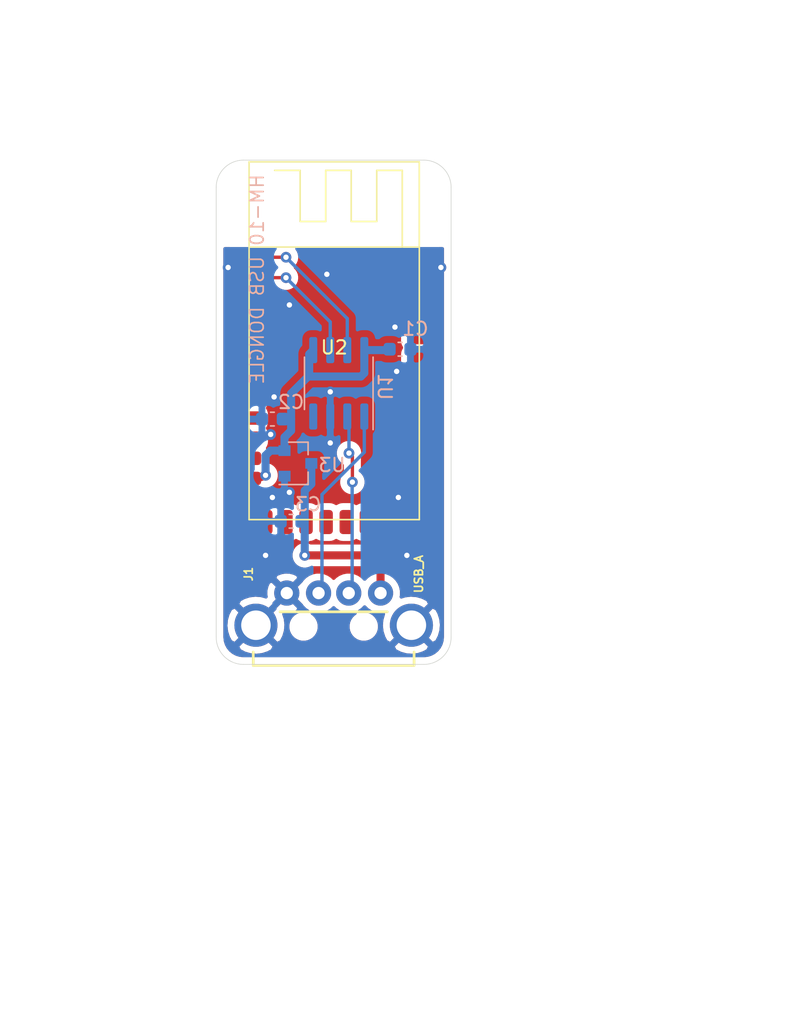
<source format=kicad_pcb>
(kicad_pcb (version 20171130) (host pcbnew "(5.1.5)-3")

  (general
    (thickness 1.6)
    (drawings 9)
    (tracks 65)
    (zones 0)
    (modules 7)
    (nets 36)
  )

  (page A4)
  (layers
    (0 F.Cu signal)
    (31 B.Cu signal)
    (32 B.Adhes user)
    (33 F.Adhes user)
    (34 B.Paste user)
    (35 F.Paste user)
    (36 B.SilkS user)
    (37 F.SilkS user)
    (38 B.Mask user)
    (39 F.Mask user)
    (40 Dwgs.User user)
    (41 Cmts.User user)
    (42 Eco1.User user)
    (43 Eco2.User user)
    (44 Edge.Cuts user)
    (45 Margin user)
    (46 B.CrtYd user)
    (47 F.CrtYd user)
    (48 B.Fab user hide)
    (49 F.Fab user)
  )

  (setup
    (last_trace_width 0.25)
    (user_trace_width 0.6)
    (trace_clearance 0.2)
    (zone_clearance 0.508)
    (zone_45_only no)
    (trace_min 0.2)
    (via_size 0.8)
    (via_drill 0.4)
    (via_min_size 0.4)
    (via_min_drill 0.3)
    (uvia_size 0.3)
    (uvia_drill 0.1)
    (uvias_allowed no)
    (uvia_min_size 0.2)
    (uvia_min_drill 0.1)
    (edge_width 0.05)
    (segment_width 0.2)
    (pcb_text_width 0.3)
    (pcb_text_size 1.5 1.5)
    (mod_edge_width 0.12)
    (mod_text_size 1 1)
    (mod_text_width 0.15)
    (pad_size 1.524 1.524)
    (pad_drill 0.762)
    (pad_to_mask_clearance 0.051)
    (solder_mask_min_width 0.25)
    (aux_axis_origin 0 0)
    (visible_elements 7FFFFFFF)
    (pcbplotparams
      (layerselection 0x010fc_ffffffff)
      (usegerberextensions false)
      (usegerberattributes false)
      (usegerberadvancedattributes false)
      (creategerberjobfile false)
      (excludeedgelayer true)
      (linewidth 0.100000)
      (plotframeref false)
      (viasonmask false)
      (mode 1)
      (useauxorigin false)
      (hpglpennumber 1)
      (hpglpenspeed 20)
      (hpglpendiameter 15.000000)
      (psnegative false)
      (psa4output false)
      (plotreference true)
      (plotvalue true)
      (plotinvisibletext false)
      (padsonsilk false)
      (subtractmaskfromsilk false)
      (outputformat 1)
      (mirror false)
      (drillshape 0)
      (scaleselection 1)
      (outputdirectory "Gerbers/"))
  )

  (net 0 "")
  (net 1 "Net-(U1-Pad7)")
  (net 2 "Net-(U1-Pad6)")
  (net 3 "Net-(U1-Pad4)")
  (net 4 GND)
  (net 5 "Net-(U2-Pad34)")
  (net 6 "Net-(U2-Pad33)")
  (net 7 "Net-(U2-Pad32)")
  (net 8 "Net-(U2-Pad31)")
  (net 9 "Net-(U2-Pad30)")
  (net 10 "Net-(U2-Pad29)")
  (net 11 "Net-(U2-Pad28)")
  (net 12 "Net-(U2-Pad27)")
  (net 13 "Net-(U2-Pad26)")
  (net 14 "Net-(U2-Pad25)")
  (net 15 "Net-(U2-Pad24)")
  (net 16 "Net-(U2-Pad23)")
  (net 17 "Net-(U2-Pad20)")
  (net 18 "Net-(U2-Pad19)")
  (net 19 "Net-(U2-Pad18)")
  (net 20 "Net-(U2-Pad17)")
  (net 21 "Net-(U2-Pad16)")
  (net 22 "Net-(U2-Pad15)")
  (net 23 "Net-(U2-Pad11)")
  (net 24 "Net-(U2-Pad10)")
  (net 25 "Net-(U2-Pad9)")
  (net 26 "Net-(U2-Pad8)")
  (net 27 "Net-(U2-Pad7)")
  (net 28 "Net-(U2-Pad6)")
  (net 29 "Net-(U2-Pad5)")
  (net 30 "Net-(U2-Pad4)")
  (net 31 "Net-(U2-Pad3)")
  (net 32 "Net-(J1-Pad2)")
  (net 33 "Net-(J1-Pad3)")
  (net 34 +3V3)
  (net 35 "Net-(C3-Pad1)")

  (net_class Default "This is the default net class."
    (clearance 0.2)
    (trace_width 0.25)
    (via_dia 0.8)
    (via_drill 0.4)
    (uvia_dia 0.3)
    (uvia_drill 0.1)
    (add_net +3V3)
    (add_net GND)
    (add_net "Net-(C3-Pad1)")
    (add_net "Net-(J1-Pad2)")
    (add_net "Net-(J1-Pad3)")
    (add_net "Net-(U1-Pad4)")
    (add_net "Net-(U1-Pad6)")
    (add_net "Net-(U1-Pad7)")
    (add_net "Net-(U2-Pad10)")
    (add_net "Net-(U2-Pad11)")
    (add_net "Net-(U2-Pad15)")
    (add_net "Net-(U2-Pad16)")
    (add_net "Net-(U2-Pad17)")
    (add_net "Net-(U2-Pad18)")
    (add_net "Net-(U2-Pad19)")
    (add_net "Net-(U2-Pad20)")
    (add_net "Net-(U2-Pad23)")
    (add_net "Net-(U2-Pad24)")
    (add_net "Net-(U2-Pad25)")
    (add_net "Net-(U2-Pad26)")
    (add_net "Net-(U2-Pad27)")
    (add_net "Net-(U2-Pad28)")
    (add_net "Net-(U2-Pad29)")
    (add_net "Net-(U2-Pad3)")
    (add_net "Net-(U2-Pad30)")
    (add_net "Net-(U2-Pad31)")
    (add_net "Net-(U2-Pad32)")
    (add_net "Net-(U2-Pad33)")
    (add_net "Net-(U2-Pad34)")
    (add_net "Net-(U2-Pad4)")
    (add_net "Net-(U2-Pad5)")
    (add_net "Net-(U2-Pad6)")
    (add_net "Net-(U2-Pad7)")
    (add_net "Net-(U2-Pad8)")
    (add_net "Net-(U2-Pad9)")
  )

  (module Capacitor_SMD:C_0603_1608Metric (layer B.Cu) (tedit 5F68FEEE) (tstamp 6077ED7A)
    (at 130.556 87.249 180)
    (descr "Capacitor SMD 0603 (1608 Metric), square (rectangular) end terminal, IPC_7351 nominal, (Body size source: IPC-SM-782 page 76, https://www.pcb-3d.com/wordpress/wp-content/uploads/ipc-sm-782a_amendment_1_and_2.pdf), generated with kicad-footprint-generator")
    (tags capacitor)
    (path /60783D61)
    (attr smd)
    (fp_text reference C3 (at -1.27 1.27) (layer B.SilkS)
      (effects (font (size 1 1) (thickness 0.15)) (justify mirror))
    )
    (fp_text value C_Small (at 0 -1.43) (layer B.Fab)
      (effects (font (size 1 1) (thickness 0.15)) (justify mirror))
    )
    (fp_text user %R (at 0 0) (layer B.Fab)
      (effects (font (size 0.4 0.4) (thickness 0.06)) (justify mirror))
    )
    (fp_line (start 1.48 -0.73) (end -1.48 -0.73) (layer B.CrtYd) (width 0.05))
    (fp_line (start 1.48 0.73) (end 1.48 -0.73) (layer B.CrtYd) (width 0.05))
    (fp_line (start -1.48 0.73) (end 1.48 0.73) (layer B.CrtYd) (width 0.05))
    (fp_line (start -1.48 -0.73) (end -1.48 0.73) (layer B.CrtYd) (width 0.05))
    (fp_line (start -0.14058 -0.51) (end 0.14058 -0.51) (layer B.SilkS) (width 0.12))
    (fp_line (start -0.14058 0.51) (end 0.14058 0.51) (layer B.SilkS) (width 0.12))
    (fp_line (start 0.8 -0.4) (end -0.8 -0.4) (layer B.Fab) (width 0.1))
    (fp_line (start 0.8 0.4) (end 0.8 -0.4) (layer B.Fab) (width 0.1))
    (fp_line (start -0.8 0.4) (end 0.8 0.4) (layer B.Fab) (width 0.1))
    (fp_line (start -0.8 -0.4) (end -0.8 0.4) (layer B.Fab) (width 0.1))
    (pad 2 smd roundrect (at 0.775 0 180) (size 0.9 0.95) (layers B.Cu B.Paste B.Mask) (roundrect_rratio 0.25)
      (net 4 GND))
    (pad 1 smd roundrect (at -0.775 0 180) (size 0.9 0.95) (layers B.Cu B.Paste B.Mask) (roundrect_rratio 0.25)
      (net 35 "Net-(C3-Pad1)"))
    (model ${KISYS3DMOD}/Capacitor_SMD.3dshapes/C_0603_1608Metric.wrl
      (at (xyz 0 0 0))
      (scale (xyz 1 1 1))
      (rotate (xyz 0 0 0))
    )
  )

  (module Capacitor_SMD:C_0603_1608Metric (layer B.Cu) (tedit 5F68FEEE) (tstamp 6077E876)
    (at 129.159 79.629 180)
    (descr "Capacitor SMD 0603 (1608 Metric), square (rectangular) end terminal, IPC_7351 nominal, (Body size source: IPC-SM-782 page 76, https://www.pcb-3d.com/wordpress/wp-content/uploads/ipc-sm-782a_amendment_1_and_2.pdf), generated with kicad-footprint-generator")
    (tags capacitor)
    (path /6077E9CC)
    (attr smd)
    (fp_text reference C2 (at -1.397 1.27) (layer B.SilkS)
      (effects (font (size 1 1) (thickness 0.15)) (justify mirror))
    )
    (fp_text value 100n (at 0 -1.43) (layer B.Fab)
      (effects (font (size 1 1) (thickness 0.15)) (justify mirror))
    )
    (fp_text user %R (at 0 0) (layer B.Fab)
      (effects (font (size 0.4 0.4) (thickness 0.06)) (justify mirror))
    )
    (fp_line (start 1.48 -0.73) (end -1.48 -0.73) (layer B.CrtYd) (width 0.05))
    (fp_line (start 1.48 0.73) (end 1.48 -0.73) (layer B.CrtYd) (width 0.05))
    (fp_line (start -1.48 0.73) (end 1.48 0.73) (layer B.CrtYd) (width 0.05))
    (fp_line (start -1.48 -0.73) (end -1.48 0.73) (layer B.CrtYd) (width 0.05))
    (fp_line (start -0.14058 -0.51) (end 0.14058 -0.51) (layer B.SilkS) (width 0.12))
    (fp_line (start -0.14058 0.51) (end 0.14058 0.51) (layer B.SilkS) (width 0.12))
    (fp_line (start 0.8 -0.4) (end -0.8 -0.4) (layer B.Fab) (width 0.1))
    (fp_line (start 0.8 0.4) (end 0.8 -0.4) (layer B.Fab) (width 0.1))
    (fp_line (start -0.8 0.4) (end 0.8 0.4) (layer B.Fab) (width 0.1))
    (fp_line (start -0.8 -0.4) (end -0.8 0.4) (layer B.Fab) (width 0.1))
    (pad 2 smd roundrect (at 0.775 0 180) (size 0.9 0.95) (layers B.Cu B.Paste B.Mask) (roundrect_rratio 0.25)
      (net 4 GND))
    (pad 1 smd roundrect (at -0.775 0 180) (size 0.9 0.95) (layers B.Cu B.Paste B.Mask) (roundrect_rratio 0.25)
      (net 34 +3V3))
    (model ${KISYS3DMOD}/Capacitor_SMD.3dshapes/C_0603_1608Metric.wrl
      (at (xyz 0 0 0))
      (scale (xyz 1 1 1))
      (rotate (xyz 0 0 0))
    )
  )

  (module Capacitor_SMD:C_0603_1608Metric (layer B.Cu) (tedit 5F68FEEE) (tstamp 6077E865)
    (at 138.684 74.422)
    (descr "Capacitor SMD 0603 (1608 Metric), square (rectangular) end terminal, IPC_7351 nominal, (Body size source: IPC-SM-782 page 76, https://www.pcb-3d.com/wordpress/wp-content/uploads/ipc-sm-782a_amendment_1_and_2.pdf), generated with kicad-footprint-generator")
    (tags capacitor)
    (path /60780C25)
    (attr smd)
    (fp_text reference C1 (at 1.143 -1.524) (layer B.SilkS)
      (effects (font (size 1 1) (thickness 0.15)) (justify mirror))
    )
    (fp_text value 100n (at 0 -1.43) (layer B.Fab)
      (effects (font (size 1 1) (thickness 0.15)) (justify mirror))
    )
    (fp_text user %R (at 0 0) (layer B.Fab)
      (effects (font (size 0.4 0.4) (thickness 0.06)) (justify mirror))
    )
    (fp_line (start 1.48 -0.73) (end -1.48 -0.73) (layer B.CrtYd) (width 0.05))
    (fp_line (start 1.48 0.73) (end 1.48 -0.73) (layer B.CrtYd) (width 0.05))
    (fp_line (start -1.48 0.73) (end 1.48 0.73) (layer B.CrtYd) (width 0.05))
    (fp_line (start -1.48 -0.73) (end -1.48 0.73) (layer B.CrtYd) (width 0.05))
    (fp_line (start -0.14058 -0.51) (end 0.14058 -0.51) (layer B.SilkS) (width 0.12))
    (fp_line (start -0.14058 0.51) (end 0.14058 0.51) (layer B.SilkS) (width 0.12))
    (fp_line (start 0.8 -0.4) (end -0.8 -0.4) (layer B.Fab) (width 0.1))
    (fp_line (start 0.8 0.4) (end 0.8 -0.4) (layer B.Fab) (width 0.1))
    (fp_line (start -0.8 0.4) (end 0.8 0.4) (layer B.Fab) (width 0.1))
    (fp_line (start -0.8 -0.4) (end -0.8 0.4) (layer B.Fab) (width 0.1))
    (pad 2 smd roundrect (at 0.775 0) (size 0.9 0.95) (layers B.Cu B.Paste B.Mask) (roundrect_rratio 0.25)
      (net 4 GND))
    (pad 1 smd roundrect (at -0.775 0) (size 0.9 0.95) (layers B.Cu B.Paste B.Mask) (roundrect_rratio 0.25)
      (net 34 +3V3))
    (model ${KISYS3DMOD}/Capacitor_SMD.3dshapes/C_0603_1608Metric.wrl
      (at (xyz 0 0 0))
      (scale (xyz 1 1 1))
      (rotate (xyz 0 0 0))
    )
  )

  (module Package_TO_SOT_SMD:SOT-23 (layer B.Cu) (tedit 5A02FF57) (tstamp 6077E46E)
    (at 131.064 82.931)
    (descr "SOT-23, Standard")
    (tags SOT-23)
    (path /6077C808)
    (attr smd)
    (fp_text reference U3 (at 2.54 0.127) (layer B.SilkS)
      (effects (font (size 1 1) (thickness 0.15)) (justify mirror))
    )
    (fp_text value MCP1703A-3302_SOT23 (at 0 -2.5) (layer B.Fab)
      (effects (font (size 1 1) (thickness 0.15)) (justify mirror))
    )
    (fp_line (start 0.76 -1.58) (end -0.7 -1.58) (layer B.SilkS) (width 0.12))
    (fp_line (start 0.76 1.58) (end -1.4 1.58) (layer B.SilkS) (width 0.12))
    (fp_line (start -1.7 -1.75) (end -1.7 1.75) (layer B.CrtYd) (width 0.05))
    (fp_line (start 1.7 -1.75) (end -1.7 -1.75) (layer B.CrtYd) (width 0.05))
    (fp_line (start 1.7 1.75) (end 1.7 -1.75) (layer B.CrtYd) (width 0.05))
    (fp_line (start -1.7 1.75) (end 1.7 1.75) (layer B.CrtYd) (width 0.05))
    (fp_line (start 0.76 1.58) (end 0.76 0.65) (layer B.SilkS) (width 0.12))
    (fp_line (start 0.76 -1.58) (end 0.76 -0.65) (layer B.SilkS) (width 0.12))
    (fp_line (start -0.7 -1.52) (end 0.7 -1.52) (layer B.Fab) (width 0.1))
    (fp_line (start 0.7 1.52) (end 0.7 -1.52) (layer B.Fab) (width 0.1))
    (fp_line (start -0.7 0.95) (end -0.15 1.52) (layer B.Fab) (width 0.1))
    (fp_line (start -0.15 1.52) (end 0.7 1.52) (layer B.Fab) (width 0.1))
    (fp_line (start -0.7 0.95) (end -0.7 -1.5) (layer B.Fab) (width 0.1))
    (fp_text user %R (at 0 0 -90) (layer B.Fab)
      (effects (font (size 0.5 0.5) (thickness 0.075)) (justify mirror))
    )
    (pad 3 smd rect (at 1 0) (size 0.9 0.8) (layers B.Cu B.Paste B.Mask)
      (net 35 "Net-(C3-Pad1)"))
    (pad 2 smd rect (at -1 -0.95) (size 0.9 0.8) (layers B.Cu B.Paste B.Mask)
      (net 34 +3V3))
    (pad 1 smd rect (at -1 0.95) (size 0.9 0.8) (layers B.Cu B.Paste B.Mask)
      (net 4 GND))
    (model ${KISYS3DMOD}/Package_TO_SOT_SMD.3dshapes/SOT-23.wrl
      (at (xyz 0 0 0))
      (scale (xyz 1 1 1))
      (rotate (xyz 0 0 0))
    )
  )

  (module Connectors:USB-A-H (layer F.Cu) (tedit 60774031) (tstamp 6077CD27)
    (at 133.731 94.996 90)
    (descr "USB TYPE 'A' MALE CONNECTOR - PTH")
    (tags "USB TYPE 'A' MALE CONNECTOR - PTH")
    (path /60779071)
    (attr virtual)
    (fp_text reference J1 (at 3.81 -6.35 90) (layer F.SilkS)
      (effects (font (size 0.6096 0.6096) (thickness 0.127)))
    )
    (fp_text value USB_A (at 3.81 6.35 90) (layer F.SilkS)
      (effects (font (size 0.6096 0.6096) (thickness 0.127)))
    )
    (fp_text user "PCB Edge" (at -4.5339 -0.67818) (layer Dwgs.User)
      (effects (font (size 1.27 1.27) (thickness 0.1016)))
    )
    (fp_line (start -11.19886 1.89992) (end -13.49756 1.89992) (layer Dwgs.User) (width 0.2032))
    (fp_line (start -11.19886 4.29768) (end -11.19886 1.89992) (layer Dwgs.User) (width 0.2032))
    (fp_line (start -13.49756 4.29768) (end -11.19886 4.29768) (layer Dwgs.User) (width 0.2032))
    (fp_line (start -13.49756 1.89992) (end -13.49756 4.29768) (layer Dwgs.User) (width 0.2032))
    (fp_line (start -11.19886 -4.29768) (end -13.49756 -4.29768) (layer Dwgs.User) (width 0.2032))
    (fp_line (start -11.19886 -1.89992) (end -11.19886 -4.29768) (layer Dwgs.User) (width 0.2032))
    (fp_line (start -13.49756 -1.89992) (end -11.19886 -1.89992) (layer Dwgs.User) (width 0.2032))
    (fp_line (start -13.49756 -4.29768) (end -13.49756 -1.89992) (layer Dwgs.User) (width 0.2032))
    (fp_line (start 0.99822 3.99796) (end 0.99822 -3.99796) (layer F.SilkS) (width 0.2032))
    (fp_line (start -2.99974 5.99948) (end -1.99898 5.99948) (layer F.SilkS) (width 0.2032))
    (fp_line (start -2.99974 -5.99948) (end -1.99898 -5.99948) (layer F.SilkS) (width 0.2032))
    (fp_line (start -2.99974 5.99948) (end -17.79778 5.99948) (layer Dwgs.User) (width 0.2032))
    (fp_line (start -2.99974 -5.99948) (end -17.79778 -5.99948) (layer Dwgs.User) (width 0.2032))
    (fp_line (start -2.99974 -5.99948) (end -2.99974 5.99948) (layer F.SilkS) (width 0.2032))
    (fp_line (start -17.79778 -5.99948) (end -17.79778 5.99948) (layer Dwgs.User) (width 0.2032))
    (pad "" np_thru_hole circle (at -0.09906 2.2479 90) (size 1.09982 1.09982) (drill 1.09982) (layers *.Cu *.Mask)
      (solder_mask_margin 0.1016))
    (pad "" np_thru_hole circle (at -0.09906 -2.2479 90) (size 1.09982 1.09982) (drill 1.09982) (layers *.Cu *.Mask)
      (solder_mask_margin 0.1016))
    (pad 1 thru_hole circle (at 2.39776 3.49758 90) (size 1.8796 1.8796) (drill 0.9144) (layers *.Cu *.Mask)
      (net 35 "Net-(C3-Pad1)") (solder_mask_margin 0.1016))
    (pad 5 thru_hole circle (at 0 -5.79882 90) (size 3.21564 3.21564) (drill 2.19964) (layers *.Cu *.Mask)
      (net 4 GND) (solder_mask_margin 0.1016))
    (pad 5 thru_hole circle (at 0 5.79882 90) (size 3.21564 3.21564) (drill 2.19964) (layers *.Cu *.Mask)
      (net 4 GND) (solder_mask_margin 0.1016))
    (pad 4 thru_hole circle (at 2.39776 -3.49758 90) (size 1.8796 1.8796) (drill 0.9144) (layers *.Cu *.Mask)
      (net 4 GND) (solder_mask_margin 0.1016))
    (pad 2 thru_hole circle (at 2.39776 1.12522 90) (size 1.8796 1.8796) (drill 0.9144) (layers *.Cu *.Mask)
      (net 32 "Net-(J1-Pad2)") (solder_mask_margin 0.1016))
    (pad 3 thru_hole circle (at 2.39776 -1.12522 90) (size 1.8796 1.8796) (drill 0.9144) (layers *.Cu *.Mask)
      (net 33 "Net-(J1-Pad3)") (solder_mask_margin 0.1016))
  )

  (module HM10:HM10 (layer F.Cu) (tedit 6077378A) (tstamp 6077C4A6)
    (at 133.770999 73.789)
    (path /60774FF4)
    (fp_text reference U2 (at 0 0.5) (layer F.SilkS)
      (effects (font (size 1 1) (thickness 0.15)))
    )
    (fp_text value HM10 (at 0 -0.5) (layer F.Fab)
      (effects (font (size 1 1) (thickness 0.15)))
    )
    (fp_line (start -2.54 -12.7) (end -4.445 -12.7) (layer F.SilkS) (width 0.12))
    (fp_line (start -2.54 -8.89) (end -2.54 -12.7) (layer F.SilkS) (width 0.12))
    (fp_line (start -0.635 -8.89) (end -2.54 -8.89) (layer F.SilkS) (width 0.12))
    (fp_line (start -0.635 -12.7) (end -0.635 -8.89) (layer F.SilkS) (width 0.12))
    (fp_line (start 1.27 -12.7) (end -0.635 -12.7) (layer F.SilkS) (width 0.12))
    (fp_line (start 1.27 -8.89) (end 1.27 -12.7) (layer F.SilkS) (width 0.12))
    (fp_line (start 3.175 -8.89) (end 1.27 -8.89) (layer F.SilkS) (width 0.12))
    (fp_line (start 3.175 -12.7) (end 3.175 -8.89) (layer F.SilkS) (width 0.12))
    (fp_line (start 5.08 -12.7) (end 3.175 -12.7) (layer F.SilkS) (width 0.12))
    (fp_line (start 5.08 -6.985) (end 5.08 -12.7) (layer F.SilkS) (width 0.12))
    (fp_line (start -6.35 -6.985) (end 6.35 -6.985) (layer F.SilkS) (width 0.12))
    (fp_line (start -6.35 13.335) (end -6.35 -13.335) (layer F.SilkS) (width 0.12))
    (fp_line (start 6.35 13.335) (end -6.35 13.335) (layer F.SilkS) (width 0.12))
    (fp_line (start 6.35 -13.335) (end 6.35 13.335) (layer F.SilkS) (width 0.12))
    (fp_line (start -6.35 -13.335) (end 6.35 -13.335) (layer F.SilkS) (width 0.12))
    (pad 34 smd roundrect (at 6.4 -6.235 180) (size 1.8 1) (layers F.Cu F.Paste F.Mask) (roundrect_rratio 0.25)
      (net 5 "Net-(U2-Pad34)"))
    (pad 33 smd roundrect (at 6.4 -4.735 180) (size 1.8 1) (layers F.Cu F.Paste F.Mask) (roundrect_rratio 0.25)
      (net 6 "Net-(U2-Pad33)"))
    (pad 32 smd roundrect (at 6.4 -3.235 180) (size 1.8 1) (layers F.Cu F.Paste F.Mask) (roundrect_rratio 0.25)
      (net 7 "Net-(U2-Pad32)"))
    (pad 31 smd roundrect (at 6.4 -1.735 180) (size 1.8 1) (layers F.Cu F.Paste F.Mask) (roundrect_rratio 0.25)
      (net 8 "Net-(U2-Pad31)"))
    (pad 30 smd roundrect (at 6.4 -0.235 180) (size 1.8 1) (layers F.Cu F.Paste F.Mask) (roundrect_rratio 0.25)
      (net 9 "Net-(U2-Pad30)"))
    (pad 29 smd roundrect (at 6.4 1.265 180) (size 1.8 1) (layers F.Cu F.Paste F.Mask) (roundrect_rratio 0.25)
      (net 10 "Net-(U2-Pad29)"))
    (pad 28 smd roundrect (at 6.4 2.765 180) (size 1.8 1) (layers F.Cu F.Paste F.Mask) (roundrect_rratio 0.25)
      (net 11 "Net-(U2-Pad28)"))
    (pad 27 smd roundrect (at 6.4 4.265 180) (size 1.8 1) (layers F.Cu F.Paste F.Mask) (roundrect_rratio 0.25)
      (net 12 "Net-(U2-Pad27)"))
    (pad 26 smd roundrect (at 6.4 5.765 180) (size 1.8 1) (layers F.Cu F.Paste F.Mask) (roundrect_rratio 0.25)
      (net 13 "Net-(U2-Pad26)"))
    (pad 25 smd roundrect (at 6.4 7.265 180) (size 1.8 1) (layers F.Cu F.Paste F.Mask) (roundrect_rratio 0.25)
      (net 14 "Net-(U2-Pad25)"))
    (pad 24 smd roundrect (at 6.4 8.765 180) (size 1.8 1) (layers F.Cu F.Paste F.Mask) (roundrect_rratio 0.25)
      (net 15 "Net-(U2-Pad24)"))
    (pad 23 smd roundrect (at 6.4 10.265 180) (size 1.8 1) (layers F.Cu F.Paste F.Mask) (roundrect_rratio 0.25)
      (net 16 "Net-(U2-Pad23)"))
    (pad 22 smd roundrect (at 6.4 11.765 180) (size 1.8 1) (layers F.Cu F.Paste F.Mask) (roundrect_rratio 0.25)
      (net 4 GND))
    (pad 21 smd roundrect (at 5.4 13.515 90) (size 1.8 1) (layers F.Cu F.Paste F.Mask) (roundrect_rratio 0.25)
      (net 4 GND))
    (pad 20 smd roundrect (at 3.9 13.515 90) (size 1.8 1) (layers F.Cu F.Paste F.Mask) (roundrect_rratio 0.25)
      (net 17 "Net-(U2-Pad20)"))
    (pad 19 smd roundrect (at 2.4 13.515 90) (size 1.8 1) (layers F.Cu F.Paste F.Mask) (roundrect_rratio 0.25)
      (net 18 "Net-(U2-Pad19)"))
    (pad 18 smd roundrect (at 0.9 13.515 90) (size 1.8 1) (layers F.Cu F.Paste F.Mask) (roundrect_rratio 0.25)
      (net 19 "Net-(U2-Pad18)"))
    (pad 17 smd roundrect (at -0.6 13.515 90) (size 1.8 1) (layers F.Cu F.Paste F.Mask) (roundrect_rratio 0.25)
      (net 20 "Net-(U2-Pad17)"))
    (pad 16 smd roundrect (at -2.1 13.515 90) (size 1.8 1) (layers F.Cu F.Paste F.Mask) (roundrect_rratio 0.25)
      (net 21 "Net-(U2-Pad16)"))
    (pad 15 smd roundrect (at -3.6 13.515 90) (size 1.8 1) (layers F.Cu F.Paste F.Mask) (roundrect_rratio 0.25)
      (net 22 "Net-(U2-Pad15)"))
    (pad 14 smd roundrect (at -5.1 13.515 90) (size 1.8 1) (layers F.Cu F.Paste F.Mask) (roundrect_rratio 0.25)
      (net 4 GND))
    (pad 13 smd roundrect (at -6.35 11.765) (size 1.8 1) (layers F.Cu F.Paste F.Mask) (roundrect_rratio 0.25)
      (net 4 GND))
    (pad 12 smd roundrect (at -6.35 10.265) (size 1.8 1) (layers F.Cu F.Paste F.Mask) (roundrect_rratio 0.25)
      (net 34 +3V3))
    (pad 11 smd roundrect (at -6.35 8.765) (size 1.8 1) (layers F.Cu F.Paste F.Mask) (roundrect_rratio 0.25)
      (net 23 "Net-(U2-Pad11)"))
    (pad 10 smd roundrect (at -6.35 7.265) (size 1.8 1) (layers F.Cu F.Paste F.Mask) (roundrect_rratio 0.25)
      (net 24 "Net-(U2-Pad10)"))
    (pad 9 smd roundrect (at -6.35 5.765) (size 1.8 1) (layers F.Cu F.Paste F.Mask) (roundrect_rratio 0.25)
      (net 25 "Net-(U2-Pad9)"))
    (pad 8 smd roundrect (at -6.35 4.265) (size 1.8 1) (layers F.Cu F.Paste F.Mask) (roundrect_rratio 0.25)
      (net 26 "Net-(U2-Pad8)"))
    (pad 7 smd roundrect (at -6.35 2.765) (size 1.8 1) (layers F.Cu F.Paste F.Mask) (roundrect_rratio 0.25)
      (net 27 "Net-(U2-Pad7)"))
    (pad 6 smd roundrect (at -6.35 1.265) (size 1.8 1) (layers F.Cu F.Paste F.Mask) (roundrect_rratio 0.25)
      (net 28 "Net-(U2-Pad6)"))
    (pad 5 smd roundrect (at -6.35 -0.235) (size 1.8 1) (layers F.Cu F.Paste F.Mask) (roundrect_rratio 0.25)
      (net 29 "Net-(U2-Pad5)"))
    (pad 4 smd roundrect (at -6.35 -1.735) (size 1.8 1) (layers F.Cu F.Paste F.Mask) (roundrect_rratio 0.25)
      (net 30 "Net-(U2-Pad4)"))
    (pad 3 smd roundrect (at -6.35 -3.235) (size 1.8 1) (layers F.Cu F.Paste F.Mask) (roundrect_rratio 0.25)
      (net 31 "Net-(U2-Pad3)"))
    (pad 2 smd roundrect (at -6.35 -4.735) (size 1.8 1) (layers F.Cu F.Paste F.Mask) (roundrect_rratio 0.25)
      (net 2 "Net-(U1-Pad6)"))
    (pad 1 smd roundrect (at -6.35 -6.235) (size 1.8 1) (layers F.Cu F.Paste F.Mask) (roundrect_rratio 0.25)
      (net 1 "Net-(U1-Pad7)"))
  )

  (module Package_SO:SOIC-8_3.9x4.9mm_P1.27mm (layer B.Cu) (tedit 5D9F72B1) (tstamp 6077C471)
    (at 134.112 76.962 90)
    (descr "SOIC, 8 Pin (JEDEC MS-012AA, https://www.analog.com/media/en/package-pcb-resources/package/pkg_pdf/soic_narrow-r/r_8.pdf), generated with kicad-footprint-generator ipc_gullwing_generator.py")
    (tags "SOIC SO")
    (path /60776C42)
    (attr smd)
    (fp_text reference U1 (at -0.254 3.429 270 unlocked) (layer B.SilkS)
      (effects (font (size 1 1) (thickness 0.15)) (justify mirror))
    )
    (fp_text value CH330N (at 0 -3.4 270) (layer B.Fab)
      (effects (font (size 1 1) (thickness 0.15)) (justify mirror))
    )
    (fp_text user %R (at 0 0 270) (layer B.Fab)
      (effects (font (size 0.98 0.98) (thickness 0.15)) (justify mirror))
    )
    (fp_line (start 3.7 2.7) (end -3.7 2.7) (layer B.CrtYd) (width 0.05))
    (fp_line (start 3.7 -2.7) (end 3.7 2.7) (layer B.CrtYd) (width 0.05))
    (fp_line (start -3.7 -2.7) (end 3.7 -2.7) (layer B.CrtYd) (width 0.05))
    (fp_line (start -3.7 2.7) (end -3.7 -2.7) (layer B.CrtYd) (width 0.05))
    (fp_line (start -1.95 1.475) (end -0.975 2.45) (layer B.Fab) (width 0.1))
    (fp_line (start -1.95 -2.45) (end -1.95 1.475) (layer B.Fab) (width 0.1))
    (fp_line (start 1.95 -2.45) (end -1.95 -2.45) (layer B.Fab) (width 0.1))
    (fp_line (start 1.95 2.45) (end 1.95 -2.45) (layer B.Fab) (width 0.1))
    (fp_line (start -0.975 2.45) (end 1.95 2.45) (layer B.Fab) (width 0.1))
    (fp_line (start 0 2.56) (end -3.45 2.56) (layer B.SilkS) (width 0.12))
    (fp_line (start 0 2.56) (end 1.95 2.56) (layer B.SilkS) (width 0.12))
    (fp_line (start 0 -2.56) (end -1.95 -2.56) (layer B.SilkS) (width 0.12))
    (fp_line (start 0 -2.56) (end 1.95 -2.56) (layer B.SilkS) (width 0.12))
    (pad 8 smd roundrect (at 2.475 1.905 90) (size 1.95 0.6) (layers B.Cu B.Paste B.Mask) (roundrect_rratio 0.25)
      (net 34 +3V3))
    (pad 7 smd roundrect (at 2.475 0.635 90) (size 1.95 0.6) (layers B.Cu B.Paste B.Mask) (roundrect_rratio 0.25)
      (net 1 "Net-(U1-Pad7)"))
    (pad 6 smd roundrect (at 2.475 -0.635 90) (size 1.95 0.6) (layers B.Cu B.Paste B.Mask) (roundrect_rratio 0.25)
      (net 2 "Net-(U1-Pad6)"))
    (pad 5 smd roundrect (at 2.475 -1.905 90) (size 1.95 0.6) (layers B.Cu B.Paste B.Mask) (roundrect_rratio 0.25)
      (net 34 +3V3))
    (pad 4 smd roundrect (at -2.475 -1.905 90) (size 1.95 0.6) (layers B.Cu B.Paste B.Mask) (roundrect_rratio 0.25)
      (net 3 "Net-(U1-Pad4)"))
    (pad 3 smd roundrect (at -2.475 -0.635 90) (size 1.95 0.6) (layers B.Cu B.Paste B.Mask) (roundrect_rratio 0.25)
      (net 4 GND))
    (pad 2 smd roundrect (at -2.475 0.635 90) (size 1.95 0.6) (layers B.Cu B.Paste B.Mask) (roundrect_rratio 0.25)
      (net 32 "Net-(J1-Pad2)"))
    (pad 1 smd roundrect (at -2.475 1.905 90) (size 1.95 0.6) (layers B.Cu B.Paste B.Mask) (roundrect_rratio 0.25)
      (net 33 "Net-(J1-Pad3)"))
    (model ${KISYS3DMOD}/Package_SO.3dshapes/SOIC-8_3.9x4.9mm_P1.27mm.wrl
      (at (xyz 0 0 0))
      (scale (xyz 1 1 1))
      (rotate (xyz 0 0 0))
    )
  )

  (gr_arc (start 140.462 95.885) (end 140.462 97.917) (angle -90) (layer Edge.Cuts) (width 0.05))
  (gr_arc (start 127 95.885) (end 124.968 95.885) (angle -90) (layer Edge.Cuts) (width 0.05))
  (gr_arc (start 140.462 62.357) (end 142.494 62.357) (angle -90) (layer Edge.Cuts) (width 0.05))
  (gr_arc (start 127 62.357) (end 127 60.325) (angle -90) (layer Edge.Cuts) (width 0.05))
  (gr_text "HM-10 USB DONGLE" (at 128.016 69.215 90) (layer B.SilkS)
    (effects (font (size 1 1) (thickness 0.127)) (justify mirror))
  )
  (gr_line (start 142.494 62.357) (end 142.494 95.885) (layer Edge.Cuts) (width 0.05))
  (gr_line (start 127 60.325) (end 140.462 60.325) (layer Edge.Cuts) (width 0.05))
  (gr_line (start 124.968 95.885) (end 124.968 62.357) (layer Edge.Cuts) (width 0.05))
  (gr_line (start 140.462 97.917) (end 127 97.917) (layer Edge.Cuts) (width 0.05))

  (via (at 130.175 67.564) (size 0.8) (drill 0.4) (layers F.Cu B.Cu) (net 1))
  (segment (start 134.747 74.487) (end 134.747 72.136) (width 0.25) (layer B.Cu) (net 1))
  (segment (start 134.747 72.136) (end 130.175 67.564) (width 0.25) (layer B.Cu) (net 1))
  (segment (start 127.430999 67.564) (end 127.420999 67.554) (width 0.25) (layer F.Cu) (net 1))
  (segment (start 130.175 67.564) (end 127.430999 67.564) (width 0.25) (layer F.Cu) (net 1))
  (via (at 130.175 69.088) (size 0.8) (drill 0.4) (layers F.Cu B.Cu) (net 2))
  (segment (start 133.477 74.487) (end 133.477 72.39) (width 0.25) (layer B.Cu) (net 2))
  (segment (start 133.477 72.39) (end 130.175 69.088) (width 0.25) (layer B.Cu) (net 2))
  (segment (start 127.454999 69.088) (end 127.420999 69.054) (width 0.25) (layer F.Cu) (net 2))
  (segment (start 130.175 69.088) (end 127.454999 69.088) (width 0.25) (layer F.Cu) (net 2))
  (via (at 128.651 89.789) (size 0.8) (drill 0.4) (layers F.Cu B.Cu) (net 4))
  (via (at 139.192 89.789) (size 0.8) (drill 0.4) (layers F.Cu B.Cu) (net 4))
  (via (at 133.477 81.407) (size 0.8) (drill 0.4) (layers F.Cu B.Cu) (net 4))
  (via (at 133.477 77.597) (size 0.8) (drill 0.4) (layers F.Cu B.Cu) (net 4))
  (via (at 129.159 85.471) (size 0.8) (drill 0.4) (layers F.Cu B.Cu) (net 4))
  (via (at 138.557 85.471) (size 0.8) (drill 0.4) (layers F.Cu B.Cu) (net 4))
  (via (at 125.857 68.326) (size 0.8) (drill 0.4) (layers F.Cu B.Cu) (net 4))
  (via (at 141.732 68.326) (size 0.8) (drill 0.4) (layers F.Cu B.Cu) (net 4))
  (via (at 133.223 68.834) (size 0.8) (drill 0.4) (layers F.Cu B.Cu) (net 4))
  (via (at 138.303 72.771) (size 0.8) (drill 0.4) (layers F.Cu B.Cu) (net 4))
  (via (at 130.429 71.12) (size 0.8) (drill 0.4) (layers F.Cu B.Cu) (net 4))
  (via (at 129.286 77.978) (size 0.8) (drill 0.4) (layers F.Cu B.Cu) (net 4))
  (via (at 129.032 80.772) (size 0.8) (drill 0.4) (layers F.Cu B.Cu) (net 4))
  (via (at 130.429 85.09) (size 0.8) (drill 0.4) (layers F.Cu B.Cu) (net 4))
  (via (at 138.43 76.073) (size 0.8) (drill 0.4) (layers F.Cu B.Cu) (net 4))
  (segment (start 135.11022 84.34578) (end 135.128 84.328) (width 0.25) (layer B.Cu) (net 32))
  (via (at 135.128 84.328) (size 0.8) (drill 0.4) (layers F.Cu B.Cu) (net 32))
  (segment (start 135.11022 92.59824) (end 135.11022 84.34578) (width 0.25) (layer B.Cu) (net 32))
  (via (at 134.874 82.169) (size 0.8) (drill 0.4) (layers F.Cu B.Cu) (net 32))
  (segment (start 135.128 82.423) (end 134.874 82.169) (width 0.25) (layer F.Cu) (net 32))
  (segment (start 135.128 84.328) (end 135.128 82.423) (width 0.25) (layer F.Cu) (net 32))
  (segment (start 134.874 79.564) (end 134.747 79.437) (width 0.25) (layer B.Cu) (net 32))
  (segment (start 134.874 82.169) (end 134.874 79.564) (width 0.25) (layer B.Cu) (net 32))
  (segment (start 136.017 82.099002) (end 136.017 80.412) (width 0.25) (layer B.Cu) (net 33))
  (segment (start 136.017 80.412) (end 136.017 79.437) (width 0.25) (layer B.Cu) (net 33))
  (segment (start 132.85978 85.256222) (end 136.017 82.099002) (width 0.25) (layer B.Cu) (net 33))
  (segment (start 132.85978 92.59824) (end 132.85978 85.256222) (width 0.25) (layer B.Cu) (net 33))
  (segment (start 130.064 80.981) (end 130.556 80.489) (width 0.6) (layer B.Cu) (net 34))
  (segment (start 130.064 81.981) (end 130.064 80.981) (width 0.6) (layer B.Cu) (net 34))
  (segment (start 136.017 76.2) (end 136.017 74.487) (width 0.6) (layer B.Cu) (net 34))
  (segment (start 135.763 76.454) (end 136.017 76.2) (width 0.6) (layer B.Cu) (net 34))
  (segment (start 130.556 77.724) (end 131.826 76.454) (width 0.6) (layer B.Cu) (net 34))
  (segment (start 131.826 76.454) (end 135.763 76.454) (width 0.6) (layer B.Cu) (net 34))
  (segment (start 131.907 76.373) (end 131.826 76.454) (width 0.6) (layer B.Cu) (net 34))
  (segment (start 132.207 74.487) (end 131.907 74.787) (width 0.6) (layer B.Cu) (net 34))
  (segment (start 131.907 74.787) (end 131.907 76.373) (width 0.6) (layer B.Cu) (net 34))
  (segment (start 128.036 84.054) (end 127.420999 84.054) (width 0.6) (layer F.Cu) (net 34))
  (segment (start 129.014 81.981) (end 130.064 81.981) (width 0.6) (layer B.Cu) (net 34))
  (segment (start 128.651 83.82) (end 128.651 82.344) (width 0.6) (layer B.Cu) (net 34))
  (via (at 128.651 83.82) (size 0.8) (drill 0.4) (layers F.Cu B.Cu) (net 34))
  (segment (start 128.651 82.344) (end 129.014 81.981) (width 0.6) (layer B.Cu) (net 34))
  (segment (start 128.651 83.82) (end 128.036 84.054) (width 0.6) (layer F.Cu) (net 34))
  (segment (start 137.844 74.487) (end 137.909 74.422) (width 0.6) (layer B.Cu) (net 34))
  (segment (start 136.017 74.487) (end 137.844 74.487) (width 0.6) (layer B.Cu) (net 34))
  (segment (start 130.384 79.629) (end 130.556 79.629) (width 0.6) (layer B.Cu) (net 34))
  (segment (start 129.934 79.629) (end 130.384 79.629) (width 0.6) (layer B.Cu) (net 34))
  (segment (start 130.556 80.489) (end 130.556 79.629) (width 0.6) (layer B.Cu) (net 34))
  (segment (start 130.556 79.629) (end 130.556 77.724) (width 0.6) (layer B.Cu) (net 34))
  (segment (start 137.22858 92.59824) (end 137.22858 90.87358) (width 0.6) (layer F.Cu) (net 35))
  (via (at 131.572 89.789) (size 0.8) (drill 0.4) (layers F.Cu B.Cu) (net 35))
  (segment (start 137.22858 90.87358) (end 136.144 89.789) (width 0.6) (layer F.Cu) (net 35))
  (segment (start 136.144 89.789) (end 131.572 89.789) (width 0.6) (layer F.Cu) (net 35))
  (segment (start 131.572 89.789) (end 131.572 84.963) (width 0.6) (layer B.Cu) (net 35))
  (segment (start 132.064 84.471) (end 132.064 82.931) (width 0.6) (layer B.Cu) (net 35))
  (segment (start 131.572 84.963) (end 132.064 84.471) (width 0.6) (layer B.Cu) (net 35))

  (zone (net 0) (net_name "") (layers F&B.Cu) (tstamp 0) (hatch edge 0.508)
    (connect_pads (clearance 0.508))
    (min_thickness 0.254)
    (keepout (tracks not_allowed) (vias not_allowed) (copperpour not_allowed))
    (fill (arc_segments 32) (thermal_gap 0.508) (thermal_bridge_width 0.508))
    (polygon
      (pts
        (xy 149.479 66.802) (xy 115.062 66.802) (xy 115.062 55.626) (xy 149.479 55.626)
      )
    )
  )
  (zone (net 4) (net_name GND) (layer F.Cu) (tstamp 6077EF3B) (hatch edge 0.508)
    (connect_pads (clearance 0.508))
    (min_thickness 0.254)
    (fill yes (arc_segments 32) (thermal_gap 0.508) (thermal_bridge_width 0.508))
    (polygon
      (pts
        (xy 164.211 121.666) (xy 109.093 121.666) (xy 110.49 49.657) (xy 164.211 49.657)
      )
    )
    (filled_polygon
      (pts
        (xy 125.950527 66.96415) (xy 125.899991 67.130746) (xy 125.882927 67.304) (xy 125.882927 67.804) (xy 125.899991 67.977254)
        (xy 125.950527 68.14385) (xy 126.032594 68.297386) (xy 126.038022 68.304) (xy 126.032594 68.310614) (xy 125.950527 68.46415)
        (xy 125.899991 68.630746) (xy 125.882927 68.804) (xy 125.882927 69.304) (xy 125.899991 69.477254) (xy 125.950527 69.64385)
        (xy 126.032594 69.797386) (xy 126.038022 69.804) (xy 126.032594 69.810614) (xy 125.950527 69.96415) (xy 125.899991 70.130746)
        (xy 125.882927 70.304) (xy 125.882927 70.804) (xy 125.899991 70.977254) (xy 125.950527 71.14385) (xy 126.032594 71.297386)
        (xy 126.038022 71.304) (xy 126.032594 71.310614) (xy 125.950527 71.46415) (xy 125.899991 71.630746) (xy 125.882927 71.804)
        (xy 125.882927 72.304) (xy 125.899991 72.477254) (xy 125.950527 72.64385) (xy 126.032594 72.797386) (xy 126.038022 72.804)
        (xy 126.032594 72.810614) (xy 125.950527 72.96415) (xy 125.899991 73.130746) (xy 125.882927 73.304) (xy 125.882927 73.804)
        (xy 125.899991 73.977254) (xy 125.950527 74.14385) (xy 126.032594 74.297386) (xy 126.038022 74.304) (xy 126.032594 74.310614)
        (xy 125.950527 74.46415) (xy 125.899991 74.630746) (xy 125.882927 74.804) (xy 125.882927 75.304) (xy 125.899991 75.477254)
        (xy 125.950527 75.64385) (xy 126.032594 75.797386) (xy 126.038022 75.804) (xy 126.032594 75.810614) (xy 125.950527 75.96415)
        (xy 125.899991 76.130746) (xy 125.882927 76.304) (xy 125.882927 76.804) (xy 125.899991 76.977254) (xy 125.950527 77.14385)
        (xy 126.032594 77.297386) (xy 126.038022 77.304) (xy 126.032594 77.310614) (xy 125.950527 77.46415) (xy 125.899991 77.630746)
        (xy 125.882927 77.804) (xy 125.882927 78.304) (xy 125.899991 78.477254) (xy 125.950527 78.64385) (xy 126.032594 78.797386)
        (xy 126.038022 78.804) (xy 126.032594 78.810614) (xy 125.950527 78.96415) (xy 125.899991 79.130746) (xy 125.882927 79.304)
        (xy 125.882927 79.804) (xy 125.899991 79.977254) (xy 125.950527 80.14385) (xy 126.032594 80.297386) (xy 126.038022 80.304)
        (xy 126.032594 80.310614) (xy 125.950527 80.46415) (xy 125.899991 80.630746) (xy 125.882927 80.804) (xy 125.882927 81.304)
        (xy 125.899991 81.477254) (xy 125.950527 81.64385) (xy 126.032594 81.797386) (xy 126.038022 81.804) (xy 126.032594 81.810614)
        (xy 125.950527 81.96415) (xy 125.899991 82.130746) (xy 125.882927 82.304) (xy 125.882927 82.804) (xy 125.899991 82.977254)
        (xy 125.950527 83.14385) (xy 126.032594 83.297386) (xy 126.038022 83.304) (xy 126.032594 83.310614) (xy 125.950527 83.46415)
        (xy 125.899991 83.630746) (xy 125.882927 83.804) (xy 125.882927 84.304) (xy 125.899991 84.477254) (xy 125.950527 84.64385)
        (xy 125.985369 84.709034) (xy 125.931497 84.80982) (xy 125.895187 84.929518) (xy 125.882927 85.054) (xy 125.885999 85.26825)
        (xy 126.044749 85.427) (xy 127.293999 85.427) (xy 127.293999 85.407) (xy 127.547999 85.407) (xy 127.547999 85.427)
        (xy 128.797249 85.427) (xy 128.955999 85.26825) (xy 128.959071 85.054) (xy 128.946811 84.929518) (xy 128.91446 84.822872)
        (xy 128.952898 84.815226) (xy 129.141256 84.737205) (xy 129.310774 84.623937) (xy 129.454937 84.479774) (xy 129.568205 84.310256)
        (xy 129.646226 84.121898) (xy 129.686 83.921939) (xy 129.686 83.718061) (xy 129.646226 83.518102) (xy 129.568205 83.329744)
        (xy 129.454937 83.160226) (xy 129.310774 83.016063) (xy 129.141256 82.902795) (xy 128.956863 82.826416) (xy 128.959071 82.804)
        (xy 128.959071 82.304) (xy 128.942007 82.130746) (xy 128.922689 82.067061) (xy 133.839 82.067061) (xy 133.839 82.270939)
        (xy 133.878774 82.470898) (xy 133.956795 82.659256) (xy 134.070063 82.828774) (xy 134.214226 82.972937) (xy 134.368001 83.075686)
        (xy 134.368 83.624289) (xy 134.324063 83.668226) (xy 134.210795 83.837744) (xy 134.132774 84.026102) (xy 134.093 84.226061)
        (xy 134.093 84.429939) (xy 134.132774 84.629898) (xy 134.210795 84.818256) (xy 134.324063 84.987774) (xy 134.468226 85.131937)
        (xy 134.637744 85.245205) (xy 134.826102 85.323226) (xy 135.026061 85.363) (xy 135.229939 85.363) (xy 135.429898 85.323226)
        (xy 135.618256 85.245205) (xy 135.787774 85.131937) (xy 135.931937 84.987774) (xy 136.045205 84.818256) (xy 136.123226 84.629898)
        (xy 136.163 84.429939) (xy 136.163 84.226061) (xy 136.123226 84.026102) (xy 136.045205 83.837744) (xy 135.931937 83.668226)
        (xy 135.888 83.624289) (xy 135.888 82.460322) (xy 135.891676 82.422999) (xy 135.888 82.385676) (xy 135.888 82.385667)
        (xy 135.887397 82.379545) (xy 135.909 82.270939) (xy 135.909 82.067061) (xy 135.869226 81.867102) (xy 135.791205 81.678744)
        (xy 135.677937 81.509226) (xy 135.533774 81.365063) (xy 135.364256 81.251795) (xy 135.175898 81.173774) (xy 134.975939 81.134)
        (xy 134.772061 81.134) (xy 134.572102 81.173774) (xy 134.383744 81.251795) (xy 134.214226 81.365063) (xy 134.070063 81.509226)
        (xy 133.956795 81.678744) (xy 133.878774 81.867102) (xy 133.839 82.067061) (xy 128.922689 82.067061) (xy 128.891471 81.96415)
        (xy 128.809404 81.810614) (xy 128.803976 81.804) (xy 128.809404 81.797386) (xy 128.891471 81.64385) (xy 128.942007 81.477254)
        (xy 128.959071 81.304) (xy 128.959071 80.804) (xy 128.942007 80.630746) (xy 128.891471 80.46415) (xy 128.809404 80.310614)
        (xy 128.803976 80.304) (xy 128.809404 80.297386) (xy 128.891471 80.14385) (xy 128.942007 79.977254) (xy 128.959071 79.804)
        (xy 128.959071 79.304) (xy 128.942007 79.130746) (xy 128.891471 78.96415) (xy 128.809404 78.810614) (xy 128.803976 78.804)
        (xy 128.809404 78.797386) (xy 128.891471 78.64385) (xy 128.942007 78.477254) (xy 128.959071 78.304) (xy 128.959071 77.804)
        (xy 128.942007 77.630746) (xy 128.891471 77.46415) (xy 128.809404 77.310614) (xy 128.803976 77.304) (xy 128.809404 77.297386)
        (xy 128.891471 77.14385) (xy 128.942007 76.977254) (xy 128.959071 76.804) (xy 128.959071 76.304) (xy 128.942007 76.130746)
        (xy 128.891471 75.96415) (xy 128.809404 75.810614) (xy 128.803976 75.804) (xy 128.809404 75.797386) (xy 128.891471 75.64385)
        (xy 128.942007 75.477254) (xy 128.959071 75.304) (xy 128.959071 74.804) (xy 128.942007 74.630746) (xy 128.891471 74.46415)
        (xy 128.809404 74.310614) (xy 128.803976 74.304) (xy 128.809404 74.297386) (xy 128.891471 74.14385) (xy 128.942007 73.977254)
        (xy 128.959071 73.804) (xy 128.959071 73.304) (xy 128.942007 73.130746) (xy 128.891471 72.96415) (xy 128.809404 72.810614)
        (xy 128.803976 72.804) (xy 128.809404 72.797386) (xy 128.891471 72.64385) (xy 128.942007 72.477254) (xy 128.959071 72.304)
        (xy 128.959071 71.804) (xy 128.942007 71.630746) (xy 128.891471 71.46415) (xy 128.809404 71.310614) (xy 128.803976 71.304)
        (xy 128.809404 71.297386) (xy 128.891471 71.14385) (xy 128.942007 70.977254) (xy 128.959071 70.804) (xy 128.959071 70.304)
        (xy 128.942007 70.130746) (xy 128.891471 69.96415) (xy 128.829387 69.848) (xy 129.471289 69.848) (xy 129.515226 69.891937)
        (xy 129.684744 70.005205) (xy 129.873102 70.083226) (xy 130.073061 70.123) (xy 130.276939 70.123) (xy 130.476898 70.083226)
        (xy 130.665256 70.005205) (xy 130.834774 69.891937) (xy 130.978937 69.747774) (xy 131.092205 69.578256) (xy 131.170226 69.389898)
        (xy 131.21 69.189939) (xy 131.21 68.986061) (xy 131.170226 68.786102) (xy 131.092205 68.597744) (xy 130.978937 68.428226)
        (xy 130.876711 68.326) (xy 130.978937 68.223774) (xy 131.092205 68.054256) (xy 131.170226 67.865898) (xy 131.21 67.665939)
        (xy 131.21 67.462061) (xy 131.170226 67.262102) (xy 131.092205 67.073744) (xy 130.99549 66.929) (xy 138.719315 66.929)
        (xy 138.700527 66.96415) (xy 138.649991 67.130746) (xy 138.632927 67.304) (xy 138.632927 67.804) (xy 138.649991 67.977254)
        (xy 138.700527 68.14385) (xy 138.782594 68.297386) (xy 138.788022 68.304) (xy 138.782594 68.310614) (xy 138.700527 68.46415)
        (xy 138.649991 68.630746) (xy 138.632927 68.804) (xy 138.632927 69.304) (xy 138.649991 69.477254) (xy 138.700527 69.64385)
        (xy 138.782594 69.797386) (xy 138.788022 69.804) (xy 138.782594 69.810614) (xy 138.700527 69.96415) (xy 138.649991 70.130746)
        (xy 138.632927 70.304) (xy 138.632927 70.804) (xy 138.649991 70.977254) (xy 138.700527 71.14385) (xy 138.782594 71.297386)
        (xy 138.788022 71.304) (xy 138.782594 71.310614) (xy 138.700527 71.46415) (xy 138.649991 71.630746) (xy 138.632927 71.804)
        (xy 138.632927 72.304) (xy 138.649991 72.477254) (xy 138.700527 72.64385) (xy 138.782594 72.797386) (xy 138.788022 72.804)
        (xy 138.782594 72.810614) (xy 138.700527 72.96415) (xy 138.649991 73.130746) (xy 138.632927 73.304) (xy 138.632927 73.804)
        (xy 138.649991 73.977254) (xy 138.700527 74.14385) (xy 138.782594 74.297386) (xy 138.788022 74.304) (xy 138.782594 74.310614)
        (xy 138.700527 74.46415) (xy 138.649991 74.630746) (xy 138.632927 74.804) (xy 138.632927 75.304) (xy 138.649991 75.477254)
        (xy 138.700527 75.64385) (xy 138.782594 75.797386) (xy 138.788022 75.804) (xy 138.782594 75.810614) (xy 138.700527 75.96415)
        (xy 138.649991 76.130746) (xy 138.632927 76.304) (xy 138.632927 76.804) (xy 138.649991 76.977254) (xy 138.700527 77.14385)
        (xy 138.782594 77.297386) (xy 138.788022 77.304) (xy 138.782594 77.310614) (xy 138.700527 77.46415) (xy 138.649991 77.630746)
        (xy 138.632927 77.804) (xy 138.632927 78.304) (xy 138.649991 78.477254) (xy 138.700527 78.64385) (xy 138.782594 78.797386)
        (xy 138.788022 78.804) (xy 138.782594 78.810614) (xy 138.700527 78.96415) (xy 138.649991 79.130746) (xy 138.632927 79.304)
        (xy 138.632927 79.804) (xy 138.649991 79.977254) (xy 138.700527 80.14385) (xy 138.782594 80.297386) (xy 138.788022 80.304)
        (xy 138.782594 80.310614) (xy 138.700527 80.46415) (xy 138.649991 80.630746) (xy 138.632927 80.804) (xy 138.632927 81.304)
        (xy 138.649991 81.477254) (xy 138.700527 81.64385) (xy 138.782594 81.797386) (xy 138.788022 81.804) (xy 138.782594 81.810614)
        (xy 138.700527 81.96415) (xy 138.649991 82.130746) (xy 138.632927 82.304) (xy 138.632927 82.804) (xy 138.649991 82.977254)
        (xy 138.700527 83.14385) (xy 138.782594 83.297386) (xy 138.788022 83.304) (xy 138.782594 83.310614) (xy 138.700527 83.46415)
        (xy 138.649991 83.630746) (xy 138.632927 83.804) (xy 138.632927 84.304) (xy 138.649991 84.477254) (xy 138.700527 84.64385)
        (xy 138.735369 84.709034) (xy 138.681497 84.80982) (xy 138.645187 84.929518) (xy 138.632927 85.054) (xy 138.635999 85.26825)
        (xy 138.794749 85.427) (xy 140.043999 85.427) (xy 140.043999 85.407) (xy 140.297999 85.407) (xy 140.297999 85.427)
        (xy 141.547249 85.427) (xy 141.705999 85.26825) (xy 141.709071 85.054) (xy 141.696811 84.929518) (xy 141.660501 84.80982)
        (xy 141.606629 84.709034) (xy 141.641471 84.64385) (xy 141.692007 84.477254) (xy 141.709071 84.304) (xy 141.709071 83.804)
        (xy 141.692007 83.630746) (xy 141.641471 83.46415) (xy 141.559404 83.310614) (xy 141.553976 83.304) (xy 141.559404 83.297386)
        (xy 141.641471 83.14385) (xy 141.692007 82.977254) (xy 141.709071 82.804) (xy 141.709071 82.304) (xy 141.692007 82.130746)
        (xy 141.641471 81.96415) (xy 141.559404 81.810614) (xy 141.553976 81.804) (xy 141.559404 81.797386) (xy 141.641471 81.64385)
        (xy 141.692007 81.477254) (xy 141.709071 81.304) (xy 141.709071 80.804) (xy 141.692007 80.630746) (xy 141.641471 80.46415)
        (xy 141.559404 80.310614) (xy 141.553976 80.304) (xy 141.559404 80.297386) (xy 141.641471 80.14385) (xy 141.692007 79.977254)
        (xy 141.709071 79.804) (xy 141.709071 79.304) (xy 141.692007 79.130746) (xy 141.641471 78.96415) (xy 141.559404 78.810614)
        (xy 141.553976 78.804) (xy 141.559404 78.797386) (xy 141.641471 78.64385) (xy 141.692007 78.477254) (xy 141.709071 78.304)
        (xy 141.709071 77.804) (xy 141.692007 77.630746) (xy 141.641471 77.46415) (xy 141.559404 77.310614) (xy 141.553976 77.304)
        (xy 141.559404 77.297386) (xy 141.641471 77.14385) (xy 141.692007 76.977254) (xy 141.709071 76.804) (xy 141.709071 76.304)
        (xy 141.692007 76.130746) (xy 141.641471 75.96415) (xy 141.559404 75.810614) (xy 141.553976 75.804) (xy 141.559404 75.797386)
        (xy 141.641471 75.64385) (xy 141.692007 75.477254) (xy 141.709071 75.304) (xy 141.709071 74.804) (xy 141.692007 74.630746)
        (xy 141.641471 74.46415) (xy 141.559404 74.310614) (xy 141.553976 74.304) (xy 141.559404 74.297386) (xy 141.641471 74.14385)
        (xy 141.692007 73.977254) (xy 141.709071 73.804) (xy 141.709071 73.304) (xy 141.692007 73.130746) (xy 141.641471 72.96415)
        (xy 141.559404 72.810614) (xy 141.553976 72.804) (xy 141.559404 72.797386) (xy 141.641471 72.64385) (xy 141.692007 72.477254)
        (xy 141.709071 72.304) (xy 141.709071 71.804) (xy 141.692007 71.630746) (xy 141.641471 71.46415) (xy 141.559404 71.310614)
        (xy 141.553976 71.304) (xy 141.559404 71.297386) (xy 141.641471 71.14385) (xy 141.692007 70.977254) (xy 141.709071 70.804)
        (xy 141.709071 70.304) (xy 141.692007 70.130746) (xy 141.641471 69.96415) (xy 141.559404 69.810614) (xy 141.553976 69.804)
        (xy 141.559404 69.797386) (xy 141.641471 69.64385) (xy 141.692007 69.477254) (xy 141.709071 69.304) (xy 141.709071 68.804)
        (xy 141.692007 68.630746) (xy 141.641471 68.46415) (xy 141.559404 68.310614) (xy 141.553976 68.304) (xy 141.559404 68.297386)
        (xy 141.641471 68.14385) (xy 141.692007 67.977254) (xy 141.709071 67.804) (xy 141.709071 67.304) (xy 141.692007 67.130746)
        (xy 141.641471 66.96415) (xy 141.622683 66.929) (xy 141.834 66.929) (xy 141.834001 95.852711) (xy 141.804766 96.150876)
        (xy 141.727551 96.406624) (xy 141.602131 96.642504) (xy 141.433289 96.849525) (xy 141.227446 97.019813) (xy 140.992444 97.146879)
        (xy 140.73724 97.225877) (xy 140.441118 97.257) (xy 127.032279 97.257) (xy 126.734124 97.227766) (xy 126.478376 97.150551)
        (xy 126.242496 97.025131) (xy 126.035475 96.856289) (xy 125.865187 96.650446) (xy 125.818669 96.564412) (xy 126.543373 96.564412)
        (xy 126.712355 96.89101) (xy 127.105492 97.092574) (xy 127.530397 97.213568) (xy 127.970743 97.249342) (xy 128.409608 97.198521)
        (xy 128.830125 97.063058) (xy 129.152005 96.89101) (xy 129.320987 96.564412) (xy 138.141013 96.564412) (xy 138.309995 96.89101)
        (xy 138.703132 97.092574) (xy 139.128037 97.213568) (xy 139.568383 97.249342) (xy 140.007248 97.198521) (xy 140.427765 97.063058)
        (xy 140.749645 96.89101) (xy 140.918627 96.564412) (xy 139.52982 95.175605) (xy 138.141013 96.564412) (xy 129.320987 96.564412)
        (xy 127.93218 95.175605) (xy 126.543373 96.564412) (xy 125.818669 96.564412) (xy 125.738121 96.415444) (xy 125.659123 96.16024)
        (xy 125.628 95.864118) (xy 125.628 95.034563) (xy 125.678838 95.034563) (xy 125.729659 95.473428) (xy 125.865122 95.893945)
        (xy 126.03717 96.215825) (xy 126.363768 96.384807) (xy 127.752575 94.996) (xy 128.111785 94.996) (xy 129.500592 96.384807)
        (xy 129.82719 96.215825) (xy 130.028754 95.822688) (xy 130.149748 95.397783) (xy 130.185522 94.957437) (xy 130.134701 94.518572)
        (xy 130.020297 94.163427) (xy 130.298397 94.179324) (xy 130.605604 94.136267) (xy 130.898506 94.034105) (xy 131.057797 93.948963)
        (xy 131.146291 93.690716) (xy 130.23342 92.777845) (xy 129.320549 93.690716) (xy 129.345182 93.762603) (xy 128.111785 94.996)
        (xy 127.752575 94.996) (xy 126.363768 93.607193) (xy 126.03717 93.776175) (xy 125.835606 94.169312) (xy 125.714612 94.594217)
        (xy 125.678838 95.034563) (xy 125.628 95.034563) (xy 125.628 93.427588) (xy 126.543373 93.427588) (xy 127.93218 94.816395)
        (xy 129.320987 93.427588) (xy 129.288076 93.363979) (xy 130.053815 92.59824) (xy 129.140944 91.685369) (xy 128.882697 91.773863)
        (xy 128.747823 92.053216) (xy 128.670039 92.353515) (xy 128.652336 92.663217) (xy 128.68239 92.877648) (xy 128.333963 92.778432)
        (xy 127.893617 92.742658) (xy 127.454752 92.793479) (xy 127.034235 92.928942) (xy 126.712355 93.10099) (xy 126.543373 93.427588)
        (xy 125.628 93.427588) (xy 125.628 91.505764) (xy 129.320549 91.505764) (xy 130.23342 92.418635) (xy 131.146291 91.505764)
        (xy 131.057797 91.247517) (xy 130.778444 91.112643) (xy 130.478145 91.034859) (xy 130.168443 91.017156) (xy 129.861236 91.060213)
        (xy 129.568334 91.162375) (xy 129.409043 91.247517) (xy 129.320549 91.505764) (xy 125.628 91.505764) (xy 125.628 88.204)
        (xy 127.532927 88.204) (xy 127.545187 88.328482) (xy 127.581497 88.44818) (xy 127.640462 88.558494) (xy 127.719814 88.655185)
        (xy 127.816505 88.734537) (xy 127.926819 88.793502) (xy 128.046517 88.829812) (xy 128.170999 88.842072) (xy 128.385249 88.839)
        (xy 128.543999 88.68025) (xy 128.543999 87.431) (xy 127.694749 87.431) (xy 127.535999 87.58975) (xy 127.532927 88.204)
        (xy 125.628 88.204) (xy 125.628 86.054) (xy 125.882927 86.054) (xy 125.895187 86.178482) (xy 125.931497 86.29818)
        (xy 125.990462 86.408494) (xy 126.069814 86.505185) (xy 126.166505 86.584537) (xy 126.276819 86.643502) (xy 126.396517 86.679812)
        (xy 126.520999 86.692072) (xy 127.135249 86.689) (xy 127.293999 86.53025) (xy 127.293999 86.404) (xy 127.532927 86.404)
        (xy 127.535999 87.01825) (xy 127.694749 87.177) (xy 128.543999 87.177) (xy 128.543999 87.157) (xy 128.797999 87.157)
        (xy 128.797999 87.177) (xy 128.817999 87.177) (xy 128.817999 87.431) (xy 128.797999 87.431) (xy 128.797999 88.68025)
        (xy 128.956749 88.839) (xy 129.170999 88.842072) (xy 129.295481 88.829812) (xy 129.415179 88.793502) (xy 129.515965 88.73963)
        (xy 129.581149 88.774472) (xy 129.747745 88.825008) (xy 129.920999 88.842072) (xy 130.420999 88.842072) (xy 130.594253 88.825008)
        (xy 130.760849 88.774472) (xy 130.914385 88.692405) (xy 130.920999 88.686977) (xy 130.927613 88.692405) (xy 131.081149 88.774472)
        (xy 131.217123 88.815719) (xy 131.081744 88.871795) (xy 130.912226 88.985063) (xy 130.768063 89.129226) (xy 130.654795 89.298744)
        (xy 130.576774 89.487102) (xy 130.537 89.687061) (xy 130.537 89.890939) (xy 130.576774 90.090898) (xy 130.654795 90.279256)
        (xy 130.768063 90.448774) (xy 130.912226 90.592937) (xy 131.081744 90.706205) (xy 131.270102 90.784226) (xy 131.470061 90.824)
        (xy 131.673939 90.824) (xy 131.873898 90.784226) (xy 132.019295 90.724) (xy 135.756711 90.724) (xy 136.293581 91.26087)
        (xy 136.293581 91.32899) (xy 136.224703 91.375013) (xy 136.0424 91.557316) (xy 135.860097 91.375013) (xy 135.602168 91.20267)
        (xy 135.315572 91.083958) (xy 135.011324 91.02344) (xy 134.701116 91.02344) (xy 134.396868 91.083958) (xy 134.110272 91.20267)
        (xy 133.852343 91.375013) (xy 133.731 91.496356) (xy 133.609657 91.375013) (xy 133.351728 91.20267) (xy 133.065132 91.083958)
        (xy 132.760884 91.02344) (xy 132.450676 91.02344) (xy 132.146428 91.083958) (xy 131.859832 91.20267) (xy 131.601903 91.375013)
        (xy 131.382553 91.594363) (xy 131.313385 91.69788) (xy 130.413025 92.59824) (xy 131.313385 93.4986) (xy 131.382553 93.602117)
        (xy 131.601903 93.821467) (xy 131.791776 93.948336) (xy 131.599803 93.91015) (xy 131.366397 93.91015) (xy 131.137475 93.955686)
        (xy 130.921835 94.045007) (xy 130.727764 94.174681) (xy 130.562721 94.339724) (xy 130.433047 94.533795) (xy 130.343726 94.749435)
        (xy 130.29819 94.978357) (xy 130.29819 95.211763) (xy 130.343726 95.440685) (xy 130.433047 95.656325) (xy 130.562721 95.850396)
        (xy 130.727764 96.015439) (xy 130.921835 96.145113) (xy 131.137475 96.234434) (xy 131.366397 96.27997) (xy 131.599803 96.27997)
        (xy 131.828725 96.234434) (xy 132.044365 96.145113) (xy 132.238436 96.015439) (xy 132.403479 95.850396) (xy 132.533153 95.656325)
        (xy 132.622474 95.440685) (xy 132.66801 95.211763) (xy 132.66801 94.978357) (xy 132.622474 94.749435) (xy 132.533153 94.533795)
        (xy 132.403479 94.339724) (xy 132.238436 94.174681) (xy 132.143745 94.111411) (xy 132.146428 94.112522) (xy 132.450676 94.17304)
        (xy 132.760884 94.17304) (xy 133.065132 94.112522) (xy 133.351728 93.99381) (xy 133.609657 93.821467) (xy 133.731 93.700124)
        (xy 133.852343 93.821467) (xy 134.110272 93.99381) (xy 134.396868 94.112522) (xy 134.701116 94.17304) (xy 135.011324 94.17304)
        (xy 135.315572 94.112522) (xy 135.318255 94.111411) (xy 135.223564 94.174681) (xy 135.058521 94.339724) (xy 134.928847 94.533795)
        (xy 134.839526 94.749435) (xy 134.79399 94.978357) (xy 134.79399 95.211763) (xy 134.839526 95.440685) (xy 134.928847 95.656325)
        (xy 135.058521 95.850396) (xy 135.223564 96.015439) (xy 135.417635 96.145113) (xy 135.633275 96.234434) (xy 135.862197 96.27997)
        (xy 136.095603 96.27997) (xy 136.324525 96.234434) (xy 136.540165 96.145113) (xy 136.734236 96.015439) (xy 136.899279 95.850396)
        (xy 137.028953 95.656325) (xy 137.118274 95.440685) (xy 137.16381 95.211763) (xy 137.16381 94.978357) (xy 137.118274 94.749435)
        (xy 137.028953 94.533795) (xy 136.899279 94.339724) (xy 136.734236 94.174681) (xy 136.540165 94.045007) (xy 136.324525 93.955686)
        (xy 136.095603 93.91015) (xy 135.862197 93.91015) (xy 135.670224 93.948336) (xy 135.860097 93.821467) (xy 136.0424 93.639164)
        (xy 136.224703 93.821467) (xy 136.482632 93.99381) (xy 136.769228 94.112522) (xy 137.073476 94.17304) (xy 137.383684 94.17304)
        (xy 137.436746 94.162485) (xy 137.433246 94.169312) (xy 137.312252 94.594217) (xy 137.276478 95.034563) (xy 137.327299 95.473428)
        (xy 137.462762 95.893945) (xy 137.63481 96.215825) (xy 137.961408 96.384807) (xy 139.350215 94.996) (xy 139.709425 94.996)
        (xy 141.098232 96.384807) (xy 141.42483 96.215825) (xy 141.626394 95.822688) (xy 141.747388 95.397783) (xy 141.783162 94.957437)
        (xy 141.732341 94.518572) (xy 141.596878 94.098055) (xy 141.42483 93.776175) (xy 141.098232 93.607193) (xy 139.709425 94.996)
        (xy 139.350215 94.996) (xy 139.336073 94.981858) (xy 139.515678 94.802253) (xy 139.52982 94.816395) (xy 140.918627 93.427588)
        (xy 140.749645 93.10099) (xy 140.356508 92.899426) (xy 139.931603 92.778432) (xy 139.491257 92.742658) (xy 139.052392 92.793479)
        (xy 138.777802 92.881934) (xy 138.80338 92.753344) (xy 138.80338 92.443136) (xy 138.742862 92.138888) (xy 138.62415 91.852292)
        (xy 138.451807 91.594363) (xy 138.232457 91.375013) (xy 138.16358 91.328991) (xy 138.16358 90.919515) (xy 138.168104 90.87358)
        (xy 138.150052 90.690288) (xy 138.118539 90.586408) (xy 138.096587 90.51404) (xy 138.009766 90.351608) (xy 137.892924 90.209236)
        (xy 137.857239 90.17995) (xy 136.83763 89.160341) (xy 136.808344 89.124656) (xy 136.665972 89.007814) (xy 136.50354 88.920993)
        (xy 136.327292 88.867529) (xy 136.189932 88.854) (xy 136.144 88.849476) (xy 136.098068 88.854) (xy 132.019295 88.854)
        (xy 131.977148 88.836542) (xy 132.094253 88.825008) (xy 132.260849 88.774472) (xy 132.414385 88.692405) (xy 132.420999 88.686977)
        (xy 132.427613 88.692405) (xy 132.581149 88.774472) (xy 132.747745 88.825008) (xy 132.920999 88.842072) (xy 133.420999 88.842072)
        (xy 133.594253 88.825008) (xy 133.760849 88.774472) (xy 133.914385 88.692405) (xy 133.920999 88.686977) (xy 133.927613 88.692405)
        (xy 134.081149 88.774472) (xy 134.247745 88.825008) (xy 134.420999 88.842072) (xy 134.920999 88.842072) (xy 135.094253 88.825008)
        (xy 135.260849 88.774472) (xy 135.414385 88.692405) (xy 135.420999 88.686977) (xy 135.427613 88.692405) (xy 135.581149 88.774472)
        (xy 135.747745 88.825008) (xy 135.920999 88.842072) (xy 136.420999 88.842072) (xy 136.594253 88.825008) (xy 136.760849 88.774472)
        (xy 136.914385 88.692405) (xy 136.920999 88.686977) (xy 136.927613 88.692405) (xy 137.081149 88.774472) (xy 137.247745 88.825008)
        (xy 137.420999 88.842072) (xy 137.920999 88.842072) (xy 138.094253 88.825008) (xy 138.260849 88.774472) (xy 138.326033 88.73963)
        (xy 138.426819 88.793502) (xy 138.546517 88.829812) (xy 138.670999 88.842072) (xy 138.885249 88.839) (xy 139.043999 88.68025)
        (xy 139.043999 87.431) (xy 139.297999 87.431) (xy 139.297999 88.68025) (xy 139.456749 88.839) (xy 139.670999 88.842072)
        (xy 139.795481 88.829812) (xy 139.915179 88.793502) (xy 140.025493 88.734537) (xy 140.122184 88.655185) (xy 140.201536 88.558494)
        (xy 140.260501 88.44818) (xy 140.296811 88.328482) (xy 140.309071 88.204) (xy 140.305999 87.58975) (xy 140.147249 87.431)
        (xy 139.297999 87.431) (xy 139.043999 87.431) (xy 139.023999 87.431) (xy 139.023999 87.177) (xy 139.043999 87.177)
        (xy 139.043999 87.157) (xy 139.297999 87.157) (xy 139.297999 87.177) (xy 140.147249 87.177) (xy 140.305999 87.01825)
        (xy 140.308388 86.540639) (xy 140.456749 86.689) (xy 141.070999 86.692072) (xy 141.195481 86.679812) (xy 141.315179 86.643502)
        (xy 141.425493 86.584537) (xy 141.522184 86.505185) (xy 141.601536 86.408494) (xy 141.660501 86.29818) (xy 141.696811 86.178482)
        (xy 141.709071 86.054) (xy 141.705999 85.83975) (xy 141.547249 85.681) (xy 140.297999 85.681) (xy 140.297999 85.701)
        (xy 140.043999 85.701) (xy 140.043999 85.681) (xy 138.794749 85.681) (xy 138.709272 85.766477) (xy 138.670999 85.765928)
        (xy 138.546517 85.778188) (xy 138.426819 85.814498) (xy 138.326033 85.86837) (xy 138.260849 85.833528) (xy 138.094253 85.782992)
        (xy 137.920999 85.765928) (xy 137.420999 85.765928) (xy 137.247745 85.782992) (xy 137.081149 85.833528) (xy 136.927613 85.915595)
        (xy 136.920999 85.921023) (xy 136.914385 85.915595) (xy 136.760849 85.833528) (xy 136.594253 85.782992) (xy 136.420999 85.765928)
        (xy 135.920999 85.765928) (xy 135.747745 85.782992) (xy 135.581149 85.833528) (xy 135.427613 85.915595) (xy 135.420999 85.921023)
        (xy 135.414385 85.915595) (xy 135.260849 85.833528) (xy 135.094253 85.782992) (xy 134.920999 85.765928) (xy 134.420999 85.765928)
        (xy 134.247745 85.782992) (xy 134.081149 85.833528) (xy 133.927613 85.915595) (xy 133.920999 85.921023) (xy 133.914385 85.915595)
        (xy 133.760849 85.833528) (xy 133.594253 85.782992) (xy 133.420999 85.765928) (xy 132.920999 85.765928) (xy 132.747745 85.782992)
        (xy 132.581149 85.833528) (xy 132.427613 85.915595) (xy 132.420999 85.921023) (xy 132.414385 85.915595) (xy 132.260849 85.833528)
        (xy 132.094253 85.782992) (xy 131.920999 85.765928) (xy 131.420999 85.765928) (xy 131.247745 85.782992) (xy 131.081149 85.833528)
        (xy 130.927613 85.915595) (xy 130.920999 85.921023) (xy 130.914385 85.915595) (xy 130.760849 85.833528) (xy 130.594253 85.782992)
        (xy 130.420999 85.765928) (xy 129.920999 85.765928) (xy 129.747745 85.782992) (xy 129.581149 85.833528) (xy 129.515965 85.86837)
        (xy 129.415179 85.814498) (xy 129.295481 85.778188) (xy 129.170999 85.765928) (xy 128.956749 85.769) (xy 128.920999 85.80475)
        (xy 128.797249 85.681) (xy 127.547999 85.681) (xy 127.547999 86.270248) (xy 127.545187 86.279518) (xy 127.532927 86.404)
        (xy 127.293999 86.404) (xy 127.293999 85.681) (xy 126.044749 85.681) (xy 125.885999 85.83975) (xy 125.882927 86.054)
        (xy 125.628 86.054) (xy 125.628 66.929) (xy 125.969315 66.929)
      )
    )
  )
  (zone (net 4) (net_name GND) (layer B.Cu) (tstamp 6077EF38) (hatch edge 0.508)
    (connect_pads (clearance 0.508))
    (min_thickness 0.254)
    (fill yes (arc_segments 32) (thermal_gap 0.508) (thermal_bridge_width 0.508))
    (polygon
      (pts
        (xy 168.148 124.714) (xy 108.839 124.714) (xy 108.839 48.387) (xy 168.148 48.387)
      )
    )
    (filled_polygon
      (pts
        (xy 129.257795 67.073744) (xy 129.179774 67.262102) (xy 129.14 67.462061) (xy 129.14 67.665939) (xy 129.179774 67.865898)
        (xy 129.257795 68.054256) (xy 129.371063 68.223774) (xy 129.473289 68.326) (xy 129.371063 68.428226) (xy 129.257795 68.597744)
        (xy 129.179774 68.786102) (xy 129.14 68.986061) (xy 129.14 69.189939) (xy 129.179774 69.389898) (xy 129.257795 69.578256)
        (xy 129.371063 69.747774) (xy 129.515226 69.891937) (xy 129.684744 70.005205) (xy 129.873102 70.083226) (xy 130.073061 70.123)
        (xy 130.135199 70.123) (xy 132.717001 72.704803) (xy 132.717001 72.965142) (xy 132.658582 72.933916) (xy 132.510745 72.889071)
        (xy 132.357 72.873928) (xy 132.057 72.873928) (xy 131.903255 72.889071) (xy 131.755418 72.933916) (xy 131.619171 73.006742)
        (xy 131.499749 73.104749) (xy 131.401742 73.224171) (xy 131.328916 73.360418) (xy 131.284071 73.508255) (xy 131.268928 73.662)
        (xy 131.268928 74.101095) (xy 131.242656 74.122656) (xy 131.125814 74.265029) (xy 131.038993 74.427461) (xy 131.002125 74.549)
        (xy 130.985529 74.603709) (xy 130.967476 74.787) (xy 130.972 74.832932) (xy 130.972001 75.985709) (xy 129.927336 77.030375)
        (xy 129.891657 77.059656) (xy 129.774815 77.202028) (xy 129.687994 77.36446) (xy 129.634529 77.540709) (xy 129.616476 77.724)
        (xy 129.621001 77.769942) (xy 129.621001 78.524595) (xy 129.540623 78.532512) (xy 129.378717 78.581625) (xy 129.232649 78.6597)
        (xy 129.188494 78.623463) (xy 129.07818 78.564498) (xy 128.958482 78.528188) (xy 128.834 78.515928) (xy 128.66975 78.519)
        (xy 128.511 78.67775) (xy 128.511 79.502) (xy 128.531 79.502) (xy 128.531 79.756) (xy 128.511 79.756)
        (xy 128.511 80.58025) (xy 128.66975 80.739) (xy 128.834 80.742072) (xy 128.958482 80.729812) (xy 129.07818 80.693502)
        (xy 129.188494 80.634537) (xy 129.193198 80.630676) (xy 129.142529 80.797709) (xy 129.124476 80.981) (xy 129.129001 81.026941)
        (xy 129.129001 81.046) (xy 129.059935 81.046) (xy 129.014 81.041476) (xy 128.830708 81.059528) (xy 128.654459 81.112993)
        (xy 128.645717 81.117666) (xy 128.492028 81.199814) (xy 128.349656 81.316656) (xy 128.32037 81.352341) (xy 128.022336 81.650375)
        (xy 127.986657 81.679656) (xy 127.869815 81.822028) (xy 127.801404 81.950017) (xy 127.782994 81.98446) (xy 127.729529 82.160709)
        (xy 127.711476 82.344) (xy 127.716001 82.389941) (xy 127.716 83.372704) (xy 127.655774 83.518102) (xy 127.616 83.718061)
        (xy 127.616 83.921939) (xy 127.655774 84.121898) (xy 127.733795 84.310256) (xy 127.847063 84.479774) (xy 127.991226 84.623937)
        (xy 128.160744 84.737205) (xy 128.349102 84.815226) (xy 128.549061 84.855) (xy 128.752939 84.855) (xy 128.952898 84.815226)
        (xy 129.141256 84.737205) (xy 129.157841 84.726124) (xy 129.162815 84.732185) (xy 129.259506 84.811537) (xy 129.36982 84.870502)
        (xy 129.489518 84.906812) (xy 129.614 84.919072) (xy 129.77825 84.916) (xy 129.937 84.75725) (xy 129.937 84.008)
        (xy 129.917 84.008) (xy 129.917 83.754) (xy 129.937 83.754) (xy 129.937 83.734) (xy 130.191 83.734)
        (xy 130.191 83.754) (xy 130.211 83.754) (xy 130.211 84.008) (xy 130.191 84.008) (xy 130.191 84.75725)
        (xy 130.34975 84.916) (xy 130.514 84.919072) (xy 130.638006 84.906859) (xy 130.632476 84.963) (xy 130.637001 85.008942)
        (xy 130.637001 86.275771) (xy 130.629649 86.2797) (xy 130.585494 86.243463) (xy 130.47518 86.184498) (xy 130.355482 86.148188)
        (xy 130.231 86.135928) (xy 130.06675 86.139) (xy 129.908 86.29775) (xy 129.908 87.122) (xy 129.928 87.122)
        (xy 129.928 87.376) (xy 129.908 87.376) (xy 129.908 88.20025) (xy 130.06675 88.359) (xy 130.231 88.362072)
        (xy 130.355482 88.349812) (xy 130.47518 88.313502) (xy 130.585494 88.254537) (xy 130.629649 88.2183) (xy 130.637 88.222229)
        (xy 130.637 89.341704) (xy 130.576774 89.487102) (xy 130.537 89.687061) (xy 130.537 89.890939) (xy 130.576774 90.090898)
        (xy 130.654795 90.279256) (xy 130.768063 90.448774) (xy 130.912226 90.592937) (xy 131.081744 90.706205) (xy 131.270102 90.784226)
        (xy 131.470061 90.824) (xy 131.673939 90.824) (xy 131.873898 90.784226) (xy 132.062256 90.706205) (xy 132.09978 90.681132)
        (xy 132.09978 91.10328) (xy 131.859832 91.20267) (xy 131.601903 91.375013) (xy 131.382553 91.594363) (xy 131.313385 91.69788)
        (xy 130.413025 92.59824) (xy 131.313385 93.4986) (xy 131.382553 93.602117) (xy 131.601903 93.821467) (xy 131.791776 93.948336)
        (xy 131.599803 93.91015) (xy 131.366397 93.91015) (xy 131.137475 93.955686) (xy 130.921835 94.045007) (xy 130.727764 94.174681)
        (xy 130.562721 94.339724) (xy 130.433047 94.533795) (xy 130.343726 94.749435) (xy 130.29819 94.978357) (xy 130.29819 95.211763)
        (xy 130.343726 95.440685) (xy 130.433047 95.656325) (xy 130.562721 95.850396) (xy 130.727764 96.015439) (xy 130.921835 96.145113)
        (xy 131.137475 96.234434) (xy 131.366397 96.27997) (xy 131.599803 96.27997) (xy 131.828725 96.234434) (xy 132.044365 96.145113)
        (xy 132.238436 96.015439) (xy 132.403479 95.850396) (xy 132.533153 95.656325) (xy 132.622474 95.440685) (xy 132.66801 95.211763)
        (xy 132.66801 94.978357) (xy 132.622474 94.749435) (xy 132.533153 94.533795) (xy 132.403479 94.339724) (xy 132.238436 94.174681)
        (xy 132.143745 94.111411) (xy 132.146428 94.112522) (xy 132.450676 94.17304) (xy 132.760884 94.17304) (xy 133.065132 94.112522)
        (xy 133.351728 93.99381) (xy 133.609657 93.821467) (xy 133.731 93.700124) (xy 133.852343 93.821467) (xy 134.110272 93.99381)
        (xy 134.396868 94.112522) (xy 134.701116 94.17304) (xy 135.011324 94.17304) (xy 135.315572 94.112522) (xy 135.318255 94.111411)
        (xy 135.223564 94.174681) (xy 135.058521 94.339724) (xy 134.928847 94.533795) (xy 134.839526 94.749435) (xy 134.79399 94.978357)
        (xy 134.79399 95.211763) (xy 134.839526 95.440685) (xy 134.928847 95.656325) (xy 135.058521 95.850396) (xy 135.223564 96.015439)
        (xy 135.417635 96.145113) (xy 135.633275 96.234434) (xy 135.862197 96.27997) (xy 136.095603 96.27997) (xy 136.324525 96.234434)
        (xy 136.540165 96.145113) (xy 136.734236 96.015439) (xy 136.899279 95.850396) (xy 137.028953 95.656325) (xy 137.118274 95.440685)
        (xy 137.16381 95.211763) (xy 137.16381 94.978357) (xy 137.118274 94.749435) (xy 137.028953 94.533795) (xy 136.899279 94.339724)
        (xy 136.734236 94.174681) (xy 136.540165 94.045007) (xy 136.324525 93.955686) (xy 136.095603 93.91015) (xy 135.862197 93.91015)
        (xy 135.670224 93.948336) (xy 135.860097 93.821467) (xy 136.0424 93.639164) (xy 136.224703 93.821467) (xy 136.482632 93.99381)
        (xy 136.769228 94.112522) (xy 137.073476 94.17304) (xy 137.383684 94.17304) (xy 137.436746 94.162485) (xy 137.433246 94.169312)
        (xy 137.312252 94.594217) (xy 137.276478 95.034563) (xy 137.327299 95.473428) (xy 137.462762 95.893945) (xy 137.63481 96.215825)
        (xy 137.961408 96.384807) (xy 139.350215 94.996) (xy 139.709425 94.996) (xy 141.098232 96.384807) (xy 141.42483 96.215825)
        (xy 141.626394 95.822688) (xy 141.747388 95.397783) (xy 141.783162 94.957437) (xy 141.732341 94.518572) (xy 141.596878 94.098055)
        (xy 141.42483 93.776175) (xy 141.098232 93.607193) (xy 139.709425 94.996) (xy 139.350215 94.996) (xy 139.336073 94.981858)
        (xy 139.515678 94.802253) (xy 139.52982 94.816395) (xy 140.918627 93.427588) (xy 140.749645 93.10099) (xy 140.356508 92.899426)
        (xy 139.931603 92.778432) (xy 139.491257 92.742658) (xy 139.052392 92.793479) (xy 138.777802 92.881934) (xy 138.80338 92.753344)
        (xy 138.80338 92.443136) (xy 138.742862 92.138888) (xy 138.62415 91.852292) (xy 138.451807 91.594363) (xy 138.232457 91.375013)
        (xy 137.974528 91.20267) (xy 137.687932 91.083958) (xy 137.383684 91.02344) (xy 137.073476 91.02344) (xy 136.769228 91.083958)
        (xy 136.482632 91.20267) (xy 136.224703 91.375013) (xy 136.0424 91.557316) (xy 135.87022 91.385136) (xy 135.87022 85.049491)
        (xy 135.931937 84.987774) (xy 136.045205 84.818256) (xy 136.123226 84.629898) (xy 136.163 84.429939) (xy 136.163 84.226061)
        (xy 136.123226 84.026102) (xy 136.045205 83.837744) (xy 135.931937 83.668226) (xy 135.787774 83.524063) (xy 135.71522 83.475584)
        (xy 136.528004 82.6628) (xy 136.557001 82.639003) (xy 136.651974 82.523278) (xy 136.722546 82.391249) (xy 136.766003 82.247988)
        (xy 136.777 82.136335) (xy 136.777 82.136326) (xy 136.780676 82.099003) (xy 136.777 82.06168) (xy 136.777 80.754976)
        (xy 136.822258 80.699829) (xy 136.895084 80.563582) (xy 136.939929 80.415745) (xy 136.955072 80.262) (xy 136.955072 78.612)
        (xy 136.939929 78.458255) (xy 136.895084 78.310418) (xy 136.822258 78.174171) (xy 136.724251 78.054749) (xy 136.604829 77.956742)
        (xy 136.468582 77.883916) (xy 136.320745 77.839071) (xy 136.167 77.823928) (xy 135.867 77.823928) (xy 135.713255 77.839071)
        (xy 135.565418 77.883916) (xy 135.429171 77.956742) (xy 135.382 77.995454) (xy 135.334829 77.956742) (xy 135.198582 77.883916)
        (xy 135.050745 77.839071) (xy 134.897 77.823928) (xy 134.597 77.823928) (xy 134.443255 77.839071) (xy 134.295418 77.883916)
        (xy 134.161064 77.95573) (xy 134.131494 77.931463) (xy 134.02118 77.872498) (xy 133.901482 77.836188) (xy 133.777 77.823928)
        (xy 133.76275 77.827) (xy 133.604 77.98575) (xy 133.604 79.31) (xy 133.624 79.31) (xy 133.624 79.564)
        (xy 133.604 79.564) (xy 133.604 80.88825) (xy 133.76275 81.047) (xy 133.777 81.050072) (xy 133.901482 81.037812)
        (xy 134.02118 81.001502) (xy 134.114 80.951888) (xy 134.114 81.465289) (xy 134.070063 81.509226) (xy 133.956795 81.678744)
        (xy 133.878774 81.867102) (xy 133.839 82.067061) (xy 133.839 82.270939) (xy 133.878774 82.470898) (xy 133.956795 82.659256)
        (xy 134.070063 82.828774) (xy 134.141245 82.899956) (xy 132.999 84.042201) (xy 132.999 83.740981) (xy 133.044537 83.685494)
        (xy 133.103502 83.57518) (xy 133.139812 83.455482) (xy 133.152072 83.331) (xy 133.152072 82.531) (xy 133.139812 82.406518)
        (xy 133.103502 82.28682) (xy 133.044537 82.176506) (xy 132.965185 82.079815) (xy 132.868494 82.000463) (xy 132.75818 81.941498)
        (xy 132.638482 81.905188) (xy 132.514 81.892928) (xy 131.614 81.892928) (xy 131.489518 81.905188) (xy 131.36982 81.941498)
        (xy 131.259506 82.000463) (xy 131.162815 82.079815) (xy 131.152072 82.092905) (xy 131.152072 81.581) (xy 131.139812 81.456518)
        (xy 131.103502 81.33682) (xy 131.078062 81.289227) (xy 131.18466 81.182629) (xy 131.220344 81.153344) (xy 131.337186 81.010972)
        (xy 131.424007 80.84854) (xy 131.450935 80.759771) (xy 131.499749 80.819251) (xy 131.619171 80.917258) (xy 131.755418 80.990084)
        (xy 131.903255 81.034929) (xy 132.057 81.050072) (xy 132.357 81.050072) (xy 132.510745 81.034929) (xy 132.658582 80.990084)
        (xy 132.792936 80.91827) (xy 132.822506 80.942537) (xy 132.93282 81.001502) (xy 133.052518 81.037812) (xy 133.177 81.050072)
        (xy 133.19125 81.047) (xy 133.35 80.88825) (xy 133.35 79.564) (xy 133.33 79.564) (xy 133.33 79.31)
        (xy 133.35 79.31) (xy 133.35 77.98575) (xy 133.19125 77.827) (xy 133.177 77.823928) (xy 133.052518 77.836188)
        (xy 132.93282 77.872498) (xy 132.822506 77.931463) (xy 132.792936 77.95573) (xy 132.658582 77.883916) (xy 132.510745 77.839071)
        (xy 132.357 77.823928) (xy 132.057 77.823928) (xy 131.903255 77.839071) (xy 131.755418 77.883916) (xy 131.675835 77.926454)
        (xy 132.21329 77.389) (xy 135.717068 77.389) (xy 135.763 77.393524) (xy 135.808932 77.389) (xy 135.946292 77.375471)
        (xy 136.12254 77.322007) (xy 136.284972 77.235186) (xy 136.427344 77.118344) (xy 136.45663 77.082659) (xy 136.64566 76.893629)
        (xy 136.681344 76.864344) (xy 136.798186 76.721972) (xy 136.885007 76.55954) (xy 136.938471 76.383292) (xy 136.952 76.245932)
        (xy 136.952 76.245931) (xy 136.956524 76.200001) (xy 136.952 76.154069) (xy 136.952 75.422) (xy 137.265085 75.422)
        (xy 137.353717 75.469375) (xy 137.515623 75.518488) (xy 137.684 75.535072) (xy 138.134 75.535072) (xy 138.302377 75.518488)
        (xy 138.464283 75.469375) (xy 138.610351 75.3913) (xy 138.654506 75.427537) (xy 138.76482 75.486502) (xy 138.884518 75.522812)
        (xy 139.009 75.535072) (xy 139.17325 75.532) (xy 139.332 75.37325) (xy 139.332 74.549) (xy 139.586 74.549)
        (xy 139.586 75.37325) (xy 139.74475 75.532) (xy 139.909 75.535072) (xy 140.033482 75.522812) (xy 140.15318 75.486502)
        (xy 140.263494 75.427537) (xy 140.360185 75.348185) (xy 140.439537 75.251494) (xy 140.498502 75.14118) (xy 140.534812 75.021482)
        (xy 140.547072 74.897) (xy 140.544 74.70775) (xy 140.38525 74.549) (xy 139.586 74.549) (xy 139.332 74.549)
        (xy 139.312 74.549) (xy 139.312 74.295) (xy 139.332 74.295) (xy 139.332 73.47075) (xy 139.586 73.47075)
        (xy 139.586 74.295) (xy 140.38525 74.295) (xy 140.544 74.13625) (xy 140.547072 73.947) (xy 140.534812 73.822518)
        (xy 140.498502 73.70282) (xy 140.439537 73.592506) (xy 140.360185 73.495815) (xy 140.263494 73.416463) (xy 140.15318 73.357498)
        (xy 140.033482 73.321188) (xy 139.909 73.308928) (xy 139.74475 73.312) (xy 139.586 73.47075) (xy 139.332 73.47075)
        (xy 139.17325 73.312) (xy 139.009 73.308928) (xy 138.884518 73.321188) (xy 138.76482 73.357498) (xy 138.654506 73.416463)
        (xy 138.610351 73.4527) (xy 138.464283 73.374625) (xy 138.302377 73.325512) (xy 138.134 73.308928) (xy 137.684 73.308928)
        (xy 137.515623 73.325512) (xy 137.353717 73.374625) (xy 137.204503 73.454382) (xy 137.085555 73.552) (xy 136.944238 73.552)
        (xy 136.939929 73.508255) (xy 136.895084 73.360418) (xy 136.822258 73.224171) (xy 136.724251 73.104749) (xy 136.604829 73.006742)
        (xy 136.468582 72.933916) (xy 136.320745 72.889071) (xy 136.167 72.873928) (xy 135.867 72.873928) (xy 135.713255 72.889071)
        (xy 135.565418 72.933916) (xy 135.507 72.965141) (xy 135.507 72.173322) (xy 135.510676 72.135999) (xy 135.507 72.098676)
        (xy 135.507 72.098667) (xy 135.496003 71.987014) (xy 135.452546 71.843753) (xy 135.381974 71.711724) (xy 135.32393 71.640997)
        (xy 135.310799 71.624996) (xy 135.310795 71.624992) (xy 135.287001 71.595999) (xy 135.258008 71.572205) (xy 131.21 67.524199)
        (xy 131.21 67.462061) (xy 131.170226 67.262102) (xy 131.092205 67.073744) (xy 130.99549 66.929) (xy 141.834 66.929)
        (xy 141.834001 95.852711) (xy 141.804766 96.150876) (xy 141.727551 96.406624) (xy 141.602131 96.642504) (xy 141.433289 96.849525)
        (xy 141.227446 97.019813) (xy 140.992444 97.146879) (xy 140.73724 97.225877) (xy 140.441118 97.257) (xy 127.032279 97.257)
        (xy 126.734124 97.227766) (xy 126.478376 97.150551) (xy 126.242496 97.025131) (xy 126.035475 96.856289) (xy 125.865187 96.650446)
        (xy 125.818669 96.564412) (xy 126.543373 96.564412) (xy 126.712355 96.89101) (xy 127.105492 97.092574) (xy 127.530397 97.213568)
        (xy 127.970743 97.249342) (xy 128.409608 97.198521) (xy 128.830125 97.063058) (xy 129.152005 96.89101) (xy 129.320987 96.564412)
        (xy 138.141013 96.564412) (xy 138.309995 96.89101) (xy 138.703132 97.092574) (xy 139.128037 97.213568) (xy 139.568383 97.249342)
        (xy 140.007248 97.198521) (xy 140.427765 97.063058) (xy 140.749645 96.89101) (xy 140.918627 96.564412) (xy 139.52982 95.175605)
        (xy 138.141013 96.564412) (xy 129.320987 96.564412) (xy 127.93218 95.175605) (xy 126.543373 96.564412) (xy 125.818669 96.564412)
        (xy 125.738121 96.415444) (xy 125.659123 96.16024) (xy 125.628 95.864118) (xy 125.628 95.034563) (xy 125.678838 95.034563)
        (xy 125.729659 95.473428) (xy 125.865122 95.893945) (xy 126.03717 96.215825) (xy 126.363768 96.384807) (xy 127.752575 94.996)
        (xy 128.111785 94.996) (xy 129.500592 96.384807) (xy 129.82719 96.215825) (xy 130.028754 95.822688) (xy 130.149748 95.397783)
        (xy 130.185522 94.957437) (xy 130.134701 94.518572) (xy 130.020297 94.163427) (xy 130.298397 94.179324) (xy 130.605604 94.136267)
        (xy 130.898506 94.034105) (xy 131.057797 93.948963) (xy 131.146291 93.690716) (xy 130.23342 92.777845) (xy 129.320549 93.690716)
        (xy 129.345182 93.762603) (xy 128.111785 94.996) (xy 127.752575 94.996) (xy 126.363768 93.607193) (xy 126.03717 93.776175)
        (xy 125.835606 94.169312) (xy 125.714612 94.594217) (xy 125.678838 95.034563) (xy 125.628 95.034563) (xy 125.628 93.427588)
        (xy 126.543373 93.427588) (xy 127.93218 94.816395) (xy 129.320987 93.427588) (xy 129.288076 93.363979) (xy 130.053815 92.59824)
        (xy 129.140944 91.685369) (xy 128.882697 91.773863) (xy 128.747823 92.053216) (xy 128.670039 92.353515) (xy 128.652336 92.663217)
        (xy 128.68239 92.877648) (xy 128.333963 92.778432) (xy 127.893617 92.742658) (xy 127.454752 92.793479) (xy 127.034235 92.928942)
        (xy 126.712355 93.10099) (xy 126.543373 93.427588) (xy 125.628 93.427588) (xy 125.628 91.505764) (xy 129.320549 91.505764)
        (xy 130.23342 92.418635) (xy 131.146291 91.505764) (xy 131.057797 91.247517) (xy 130.778444 91.112643) (xy 130.478145 91.034859)
        (xy 130.168443 91.017156) (xy 129.861236 91.060213) (xy 129.568334 91.162375) (xy 129.409043 91.247517) (xy 129.320549 91.505764)
        (xy 125.628 91.505764) (xy 125.628 87.724) (xy 128.692928 87.724) (xy 128.705188 87.848482) (xy 128.741498 87.96818)
        (xy 128.800463 88.078494) (xy 128.879815 88.175185) (xy 128.976506 88.254537) (xy 129.08682 88.313502) (xy 129.206518 88.349812)
        (xy 129.331 88.362072) (xy 129.49525 88.359) (xy 129.654 88.20025) (xy 129.654 87.376) (xy 128.85475 87.376)
        (xy 128.696 87.53475) (xy 128.692928 87.724) (xy 125.628 87.724) (xy 125.628 86.774) (xy 128.692928 86.774)
        (xy 128.696 86.96325) (xy 128.85475 87.122) (xy 129.654 87.122) (xy 129.654 86.29775) (xy 129.49525 86.139)
        (xy 129.331 86.135928) (xy 129.206518 86.148188) (xy 129.08682 86.184498) (xy 128.976506 86.243463) (xy 128.879815 86.322815)
        (xy 128.800463 86.419506) (xy 128.741498 86.52982) (xy 128.705188 86.649518) (xy 128.692928 86.774) (xy 125.628 86.774)
        (xy 125.628 80.104) (xy 127.295928 80.104) (xy 127.308188 80.228482) (xy 127.344498 80.34818) (xy 127.403463 80.458494)
        (xy 127.482815 80.555185) (xy 127.579506 80.634537) (xy 127.68982 80.693502) (xy 127.809518 80.729812) (xy 127.934 80.742072)
        (xy 128.09825 80.739) (xy 128.257 80.58025) (xy 128.257 79.756) (xy 127.45775 79.756) (xy 127.299 79.91475)
        (xy 127.295928 80.104) (xy 125.628 80.104) (xy 125.628 79.154) (xy 127.295928 79.154) (xy 127.299 79.34325)
        (xy 127.45775 79.502) (xy 128.257 79.502) (xy 128.257 78.67775) (xy 128.09825 78.519) (xy 127.934 78.515928)
        (xy 127.809518 78.528188) (xy 127.68982 78.564498) (xy 127.579506 78.623463) (xy 127.482815 78.702815) (xy 127.403463 78.799506)
        (xy 127.344498 78.90982) (xy 127.308188 79.029518) (xy 127.295928 79.154) (xy 125.628 79.154) (xy 125.628 66.929)
        (xy 129.35451 66.929)
      )
    )
  )
)

</source>
